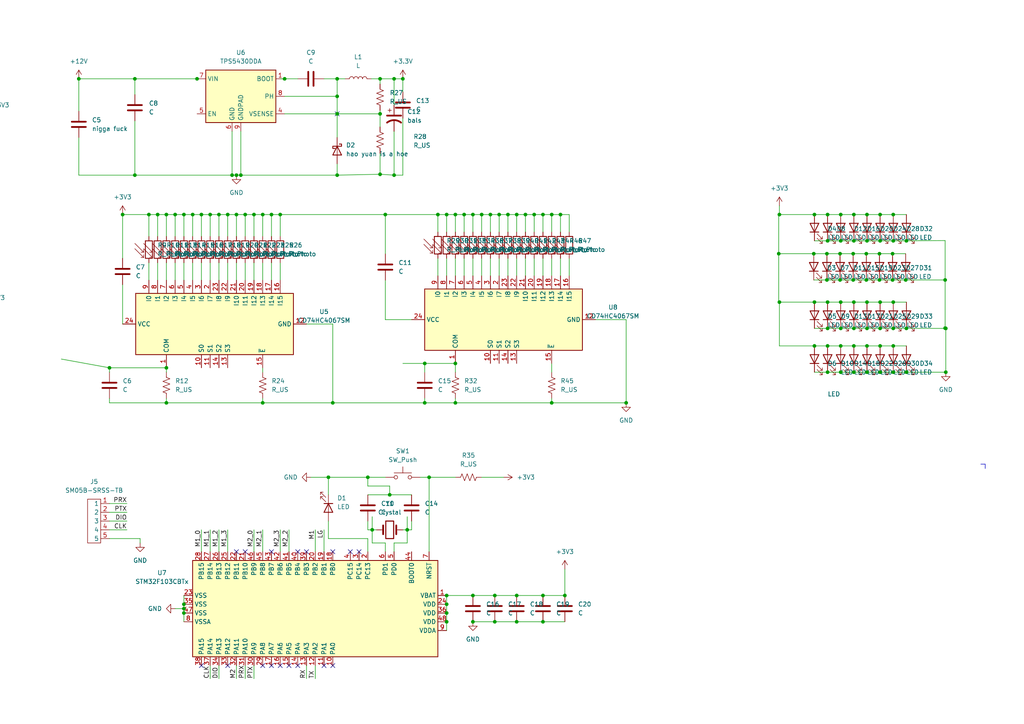
<source format=kicad_sch>
(kicad_sch (version 20211123) (generator eeschema)
  (paper "A4")
  (junction (at 255.27 87.63))
  (junction (at 107.95 153.67))
  (junction (at 243.84 62.23))
  (junction (at 247.4557 81.2022))
  (junction (at 35.56 62.23))
  (junction (at 48.26 62.23))
  (junction (at 251.46 69.85))
  (junction (at 110.236 33.02))
  (junction (at -199.39 29.21))
  (junction (at 262.89 95.25))
  (junction (at -168.91 106.68))
  (junction (at 255.27 95.25))
  (junction (at 58.42 62.23))
  (junction (at 139.7 62.23))
  (junction (at 251.46 100.33))
  (junction (at 160.02 62.23))
  (junction (at 68.58 50.8))
  (junction (at 160.02 116.84))
  (junction (at 111.76 62.23))
  (junction (at -38.1 102.87))
  (junction (at 129.54 180.34))
  (junction (at 143.51 180.34))
  (junction (at 129.54 62.23))
  (junction (at 259.08 87.63))
  (junction (at 236.0257 73.5822))
  (junction (at 251.2657 81.2022))
  (junction (at 97.79 22.86))
  (junction (at 251.46 95.25))
  (junction (at 258.8857 81.2022))
  (junction (at 48.26 116.84))
  (junction (at 259.08 107.95))
  (junction (at -36.83 46.99))
  (junction (at 119.38 248.92))
  (junction (at 226.06 87.63))
  (junction (at 114.3 22.86))
  (junction (at 162.56 62.23))
  (junction (at 247.65 69.85))
  (junction (at 163.83 172.72))
  (junction (at 63.5 62.23))
  (junction (at 132.08 105.41))
  (junction (at 114.3 50.8))
  (junction (at 124.46 138.43))
  (junction (at -195.58 59.69))
  (junction (at 48.26 106.68))
  (junction (at 262.89 107.95))
  (junction (at 236.22 100.33))
  (junction (at 240.03 69.85))
  (junction (at 50.8 62.23))
  (junction (at 73.66 62.23))
  (junction (at 68.58 62.23))
  (junction (at 53.34 177.8))
  (junction (at 262.6957 81.2022))
  (junction (at 31.75 106.68))
  (junction (at -41.91 72.39))
  (junction (at 259.08 62.23))
  (junction (at 97.79 33.02))
  (junction (at -170.18 43.18))
  (junction (at 45.72 62.23))
  (junction (at 236.22 62.23))
  (junction (at 123.19 105.41))
  (junction (at 76.2 116.84))
  (junction (at 118.11 153.67))
  (junction (at 247.65 107.95))
  (junction (at 82.55 22.86))
  (junction (at 123.19 116.84))
  (junction (at 181.61 116.84))
  (junction (at 243.84 87.63))
  (junction (at 53.34 62.23))
  (junction (at 251.46 87.63))
  (junction (at 243.84 69.85))
  (junction (at 255.0757 81.2022))
  (junction (at 137.16 180.34))
  (junction (at 116.84 22.86))
  (junction (at 106.68 138.43))
  (junction (at -194.31 123.19))
  (junction (at 110.236 22.86))
  (junction (at 236.22 87.63))
  (junction (at 240.03 95.25))
  (junction (at 247.65 100.33))
  (junction (at 255.27 100.33))
  (junction (at -198.12 92.71))
  (junction (at 152.4 62.23))
  (junction (at 127 62.23))
  (junction (at 255.0757 73.5822))
  (junction (at 97.79 27.94))
  (junction (at 97.79 50.8))
  (junction (at 274.1257 95.1722))
  (junction (at 259.08 100.33))
  (junction (at 251.46 62.23))
  (junction (at 147.32 62.23))
  (junction (at 69.85 50.8))
  (junction (at 76.2 62.23))
  (junction (at 240.03 107.95))
  (junction (at 239.8357 81.2022))
  (junction (at 81.28 62.23))
  (junction (at 53.34 175.26))
  (junction (at 71.12 62.23))
  (junction (at 240.03 87.63))
  (junction (at 157.48 180.34))
  (junction (at 240.03 62.23))
  (junction (at 274.32 107.95))
  (junction (at 130.81 285.75))
  (junction (at 43.18 62.23))
  (junction (at 247.65 95.25))
  (junction (at 55.88 62.23))
  (junction (at 39.116 22.86))
  (junction (at 251.2657 73.5822))
  (junction (at 129.54 177.8))
  (junction (at 95.25 138.43))
  (junction (at 60.96 62.23))
  (junction (at 255.27 69.85))
  (junction (at 247.65 62.23))
  (junction (at 110.236 50.546))
  (junction (at 132.08 62.23))
  (junction (at 259.08 95.25))
  (junction (at 129.54 175.26))
  (junction (at 53.34 176.53))
  (junction (at 154.94 62.23))
  (junction (at 274.1257 81.2022))
  (junction (at 39.116 50.8))
  (junction (at 247.4557 73.5822))
  (junction (at 243.84 107.95))
  (junction (at 143.51 172.72))
  (junction (at 255.27 107.95))
  (junction (at 142.24 62.23))
  (junction (at 134.62 62.23))
  (junction (at 113.03 143.51))
  (junction (at 149.86 180.34))
  (junction (at 149.86 172.72))
  (junction (at 132.08 116.84))
  (junction (at 262.89 69.85))
  (junction (at 243.84 100.33))
  (junction (at 137.16 172.72))
  (junction (at 259.08 69.85))
  (junction (at 243.6457 73.5822))
  (junction (at 137.16 62.23))
  (junction (at 225.8657 73.5822))
  (junction (at 129.54 172.72))
  (junction (at 157.48 172.72))
  (junction (at 144.78 62.23))
  (junction (at -11.43 30.48))
  (junction (at 57.15 22.86))
  (junction (at 243.6457 81.2022))
  (junction (at 22.86 22.86))
  (junction (at 258.8857 73.5822))
  (junction (at 67.31 50.8))
  (junction (at 226.06 62.23))
  (junction (at 78.74 62.23))
  (junction (at 239.8357 73.5822))
  (junction (at 157.48 62.23))
  (junction (at 274.32 95.25))
  (junction (at 247.65 87.63))
  (junction (at 240.03 100.33))
  (junction (at -12.7 86.36))
  (junction (at 255.27 62.23))
  (junction (at 251.46 107.95))
  (junction (at 119.38 246.38))
  (junction (at 243.84 95.25))
  (junction (at 96.52 116.84))
  (junction (at 149.86 62.23))
  (junction (at 66.04 62.23))
  (junction (at -40.64 16.51))
  (junction (at 130.81 283.21))
  (no_connect (at 26.67 265.43))
  (no_connect (at 86.36 160.02))
  (no_connect (at 26.67 267.97))
  (no_connect (at 26.67 262.89))
  (no_connect (at 86.36 193.04))
  (no_connect (at 101.6 160.02))
  (no_connect (at 104.14 160.02))
  (no_connect (at 68.58 160.02))
  (no_connect (at 78.74 193.04))
  (no_connect (at 26.67 270.51))
  (no_connect (at -85.09 36.83))
  (no_connect (at 96.52 160.02))
  (no_connect (at -64.77 13.97))
  (no_connect (at 66.04 193.04))
  (no_connect (at -86.36 90.17))
  (no_connect (at -86.36 92.71))
  (no_connect (at 96.52 193.04))
  (no_connect (at -242.57 113.03))
  (no_connect (at 26.67 252.73))
  (no_connect (at -66.04 69.85))
  (no_connect (at 76.2 193.04))
  (no_connect (at 78.74 160.02))
  (no_connect (at -242.57 110.49))
  (no_connect (at 83.82 193.04))
  (no_connect (at 81.28 193.04))
  (no_connect (at 58.42 193.04))
  (no_connect (at 71.12 160.02))
  (no_connect (at 26.67 255.27))
  (no_connect (at -243.84 49.53))
  (no_connect (at 97.79 33.02))
  (no_connect (at -223.52 26.67))
  (no_connect (at 26.67 250.19))
  (no_connect (at -222.25 90.17))
  (no_connect (at 88.9 160.02))
  (no_connect (at 26.67 260.35))
  (no_connect (at 26.67 257.81))
  (no_connect (at 26.67 247.65))
  (no_connect (at 93.98 193.04))
  (no_connect (at -85.09 34.29))
  (no_connect (at -243.84 46.99))
  (wire (pts (xy 78.74 62.23) (xy 78.74 68.58)))
  (wire (pts (xy 247.4557 73.5822) (xy 251.2657 73.5822)))
  (wire (pts (xy 226.06 59.69) (xy 226.06 62.23)))
  (wire (pts (xy 115.57 255.27) (xy 119.38 255.27)))
  (wire (pts (xy 82.55 22.86) (xy 86.36 22.86)))
  (wire (pts (xy -41.91 72.39) (xy -27.94 72.39)))
  (wire (pts (xy 198.12 279.4) (xy 198.12 289.56)))
  (wire (pts (xy 129.54 172.72) (xy 129.54 175.26)))
  (wire (pts (xy 255.27 95.25) (xy 259.08 95.25)))
  (wire (pts (xy 139.7 62.23) (xy 137.16 62.23)))
  (wire (pts (xy 68.58 62.23) (xy 68.58 68.58)))
  (wire (pts (xy 49.53 250.19) (xy 59.69 250.19)))
  (wire (pts (xy 106.68 138.43) (xy 111.76 138.43)))
  (wire (pts (xy 31.75 107.95) (xy 31.75 106.68)))
  (wire (pts (xy 236.22 87.63) (xy 240.03 87.63)))
  (wire (pts (xy 139.7 62.23) (xy 139.7 67.31)))
  (wire (pts (xy -12.7 86.36) (xy -7.62 86.36)))
  (wire (pts (xy 152.4 62.23) (xy 152.4 67.31)))
  (wire (pts (xy 60.96 62.23) (xy 63.5 62.23)))
  (wire (pts (xy 107.95 157.48) (xy 111.76 157.48)))
  (wire (pts (xy -38.1 87.63) (xy -45.72 87.63)))
  (wire (pts (xy -201.93 123.19) (xy -194.31 123.19)))
  (wire (pts (xy 225.8657 62.1522) (xy 226.06 62.23)))
  (wire (pts (xy 31.75 106.68) (xy 48.26 106.68)))
  (wire (pts (xy 251.46 100.33) (xy 255.27 100.33)))
  (wire (pts (xy -203.2 59.69) (xy -195.58 59.69)))
  (wire (pts (xy -12.7 85.09) (xy -12.7 86.36)))
  (wire (pts (xy 39.116 22.86) (xy 57.15 22.86)))
  (wire (pts (xy 154.94 62.23) (xy 154.94 67.31)))
  (wire (pts (xy 49.53 252.73) (xy 69.85 252.73)))
  (wire (pts (xy -199.39 22.86) (xy -199.39 29.21)))
  (wire (pts (xy 274.1257 81.2022) (xy 262.6957 81.2022)))
  (wire (pts (xy 49.53 260.35) (xy 69.85 260.35)))
  (wire (pts (xy 97.79 22.86) (xy 100.076 22.86)))
  (wire (pts (xy 130.81 283.21) (xy 130.81 278.13)))
  (wire (pts (xy 88.9 93.98) (xy 96.52 93.98)))
  (wire (pts (xy 63.5 62.23) (xy 63.5 68.58)))
  (wire (pts (xy 242.57 279.4) (xy 242.57 274.32)))
  (wire (pts (xy 129.54 62.23) (xy 127 62.23)))
  (wire (pts (xy 251.2657 81.2022) (xy 255.0757 81.2022)))
  (wire (pts (xy 110.236 32.004) (xy 110.236 33.02)))
  (wire (pts (xy -168.91 106.68) (xy -168.91 107.95)))
  (wire (pts (xy 225.8657 87.5522) (xy 226.06 87.63)))
  (wire (pts (xy 196.85 246.38) (xy 205.74 246.38)))
  (wire (pts (xy 274.1257 69.7722) (xy 274.1257 81.2022)))
  (wire (pts (xy 81.28 62.23) (xy 81.28 68.58)))
  (wire (pts (xy 132.08 74.93) (xy 132.08 80.01)))
  (wire (pts (xy -45.72 80.01) (xy -17.78 80.01)))
  (wire (pts (xy 123.19 115.57) (xy 123.19 116.84)))
  (wire (pts (xy 71.12 76.2) (xy 71.12 81.28)))
  (wire (pts (xy 162.56 74.93) (xy 162.56 80.01)))
  (wire (pts (xy 48.26 62.23) (xy 48.26 68.58)))
  (wire (pts (xy 50.8 62.23) (xy 53.34 62.23)))
  (wire (pts (xy 31.75 116.84) (xy 31.75 115.57)))
  (wire (pts (xy 247.65 87.63) (xy 251.46 87.63)))
  (wire (pts (xy -45.72 100.33) (xy -38.1 100.33)))
  (wire (pts (xy 114.3 38.1) (xy 114.3 50.8)))
  (wire (pts (xy 73.66 153.67) (xy 73.66 160.02)))
  (wire (pts (xy 49.53 267.97) (xy 69.85 267.97)))
  (wire (pts (xy 107.696 22.86) (xy 110.236 22.86)))
  (wire (pts (xy 53.34 172.72) (xy 53.34 175.26)))
  (wire (pts (xy 76.2 62.23) (xy 76.2 68.58)))
  (wire (pts (xy 132.08 62.23) (xy 129.54 62.23)))
  (wire (pts (xy 106.68 143.51) (xy 113.03 143.51)))
  (wire (pts (xy 154.94 74.93) (xy 154.94 80.01)))
  (wire (pts (xy 106.68 140.97) (xy 113.03 140.97)))
  (wire (pts (xy 152.4 62.23) (xy 154.94 62.23)))
  (wire (pts (xy 123.19 105.41) (xy 123.19 107.95)))
  (wire (pts (xy -198.12 92.71) (xy -184.15 92.71)))
  (wire (pts (xy 134.62 248.92) (xy 119.38 248.92)))
  (wire (pts (xy -170.18 41.91) (xy -170.18 43.18)))
  (wire (pts (xy -201.93 100.33) (xy -173.99 100.33)))
  (wire (pts (xy 143.51 180.34) (xy 149.86 180.34)))
  (wire (pts (xy 113.03 143.51) (xy 119.38 143.51)))
  (wire (pts (xy 123.19 105.41) (xy 132.08 105.41)))
  (wire (pts (xy -20.32 72.39) (xy -15.24 72.39)))
  (wire (pts (xy 97.79 33.02) (xy 97.79 39.878)))
  (wire (pts (xy -36.83 46.99) (xy -36.83 48.26)))
  (wire (pts (xy 243.84 69.85) (xy 247.65 69.85)))
  (wire (pts (xy 226.06 62.23) (xy 236.22 62.23)))
  (wire (pts (xy 55.88 62.23) (xy 58.42 62.23)))
  (wire (pts (xy 240.03 107.95) (xy 243.84 107.95)))
  (wire (pts (xy 53.34 176.53) (xy 53.34 177.8)))
  (wire (pts (xy 243.84 100.33) (xy 247.65 100.33)))
  (wire (pts (xy 147.32 74.93) (xy 147.32 80.01)))
  (wire (pts (xy 251.2657 73.5822) (xy 255.0757 73.5822)))
  (wire (pts (xy 66.04 153.67) (xy 66.04 160.02)))
  (wire (pts (xy 144.78 62.23) (xy 142.24 62.23)))
  (wire (pts (xy 196.85 255.27) (xy 196.85 246.38)))
  (wire (pts (xy -194.31 107.95) (xy -201.93 107.95)))
  (wire (pts (xy -44.45 29.21) (xy -25.4 29.21)))
  (wire (pts (xy 247.4557 81.2022) (xy 251.2657 81.2022)))
  (wire (pts (xy 160.02 62.23) (xy 162.56 62.23)))
  (wire (pts (xy 17.78 104.14) (xy 31.75 106.68)))
  (wire (pts (xy 240.03 87.63) (xy 243.84 87.63)))
  (wire (pts (xy 134.62 246.38) (xy 119.38 246.38)))
  (wire (pts (xy -201.93 92.71) (xy -198.12 92.71)))
  (wire (pts (xy 132.08 105.41) (xy 132.08 107.95)))
  (wire (pts (xy 222.25 279.4) (xy 242.57 279.4)))
  (wire (pts (xy 55.88 76.2) (xy 55.88 81.28)))
  (wire (pts (xy -38.1 102.87) (xy -38.1 104.14)))
  (wire (pts (xy 110.236 44.45) (xy 110.236 50.546)))
  (wire (pts (xy 66.04 62.23) (xy 68.58 62.23)))
  (wire (pts (xy 119.38 252.73) (xy 119.38 248.92)))
  (wire (pts (xy 93.98 22.86) (xy 97.79 22.86)))
  (wire (pts (xy 82.55 27.94) (xy 97.79 27.94)))
  (wire (pts (xy -203.2 57.15) (xy -195.58 57.15)))
  (wire (pts (xy 147.32 62.23) (xy 144.78 62.23)))
  (wire (pts (xy 149.86 74.93) (xy 149.86 80.01)))
  (wire (pts (xy 60.96 193.04) (xy 60.96 196.85)))
  (wire (pts (xy 137.16 172.72) (xy 143.51 172.72)))
  (wire (pts (xy 73.66 62.23) (xy 73.66 68.58)))
  (wire (pts (xy 96.52 116.84) (xy 76.2 116.84)))
  (wire (pts (xy 239.8357 73.5822) (xy 243.6457 73.5822)))
  (wire (pts (xy 129.54 180.34) (xy 129.54 182.88)))
  (wire (pts (xy 63.5 76.2) (xy 63.5 81.28)))
  (wire (pts (xy 45.72 62.23) (xy 48.26 62.23)))
  (wire (pts (xy 63.5 193.04) (xy 63.5 196.85)))
  (wire (pts (xy 81.28 62.23) (xy 111.76 62.23)))
  (wire (pts (xy 129.54 177.8) (xy 129.54 180.34)))
  (wire (pts (xy -170.18 43.18) (xy -170.18 44.45)))
  (wire (pts (xy -170.18 43.18) (xy -165.1 43.18)))
  (wire (pts (xy 236.22 62.23) (xy 240.03 62.23)))
  (wire (pts (xy 118.11 153.67) (xy 118.11 149.86)))
  (wire (pts (xy 129.54 62.23) (xy 129.54 67.31)))
  (wire (pts (xy 240.03 100.33) (xy 243.84 100.33)))
  (wire (pts (xy 49.53 262.89) (xy 69.85 262.89)))
  (wire (pts (xy 69.85 50.8) (xy 97.79 50.8)))
  (wire (pts (xy 251.46 95.25) (xy 255.27 95.25)))
  (wire (pts (xy 255.0757 81.2022) (xy 258.8857 81.2022)))
  (wire (pts (xy 132.08 62.23) (xy 132.08 67.31)))
  (wire (pts (xy 259.08 87.63) (xy 262.89 87.63)))
  (wire (pts (xy 160.02 116.84) (xy 160.02 115.57)))
  (wire (pts (xy 247.65 107.95) (xy 251.46 107.95)))
  (wire (pts (xy -11.43 30.48) (xy -11.43 31.75)))
  (wire (pts (xy 48.26 76.2) (xy 48.26 81.28)))
  (wire (pts (xy -45.72 85.09) (xy -26.67 85.09)))
  (wire (pts (xy -199.39 29.21) (xy -185.42 29.21)))
  (wire (pts (xy 53.34 62.23) (xy 55.88 62.23)))
  (wire (pts (xy 144.78 62.23) (xy 144.78 67.31)))
  (wire (pts (xy 111.76 62.23) (xy 111.76 73.66)))
  (wire (pts (xy 157.48 62.23) (xy 160.02 62.23)))
  (wire (pts (xy -11.43 31.75) (xy -29.21 31.75)))
  (wire (pts (xy -176.53 92.71) (xy -171.45 92.71)))
  (wire (pts (xy 31.75 146.05) (xy 36.83 146.05)))
  (wire (pts (xy 127 62.23) (xy 127 67.31)))
  (wire (pts (xy -168.91 106.68) (xy -163.83 106.68)))
  (wire (pts (xy 22.86 22.86) (xy 39.116 22.86)))
  (wire (pts (xy -44.45 21.59) (xy -16.51 21.59)))
  (wire (pts (xy 258.8857 73.5822) (xy 262.6957 73.5822)))
  (wire (pts (xy 68.58 50.8) (xy 69.85 50.8)))
  (wire (pts (xy -170.18 44.45) (xy -187.96 44.45)))
  (wire (pts (xy 119.38 151.13) (xy 119.38 153.67)))
  (wire (pts (xy -17.78 29.21) (xy -11.43 29.21)))
  (wire (pts (xy 81.28 153.67) (xy 81.28 160.02)))
  (wire (pts (xy 97.79 47.498) (xy 97.79 50.8)))
  (wire (pts (xy 247.65 100.33) (xy 251.46 100.33)))
  (wire (pts (xy 255.27 69.85) (xy 259.08 69.85)))
  (wire (pts (xy 114.3 50.8) (xy 116.84 50.8)))
  (wire (pts (xy -36.83 31.75) (xy -44.45 31.75)))
  (wire (pts (xy 35.56 93.98) (xy 35.56 82.55)))
  (wire (pts (xy 115.57 252.73) (xy 119.38 252.73)))
  (wire (pts (xy 111.76 92.71) (xy 119.38 92.71)))
  (wire (pts (xy 157.48 62.23) (xy 157.48 67.31)))
  (wire (pts (xy 45.72 62.23) (xy 45.72 68.58)))
  (wire (pts (xy 157.48 74.93) (xy 157.48 80.01)))
  (wire (pts (xy 68.58 193.04) (xy 68.58 196.85)))
  (wire (pts (xy -175.26 105.41) (xy -168.91 105.41)))
  (wire (pts (xy -44.45 46.99) (xy -36.83 46.99)))
  (wire (pts (xy 73.66 76.2) (xy 73.66 81.28)))
  (wire (pts (xy -38.1 100.33) (xy -38.1 102.87)))
  (wire (pts (xy 243.6457 73.5822) (xy 247.4557 73.5822)))
  (wire (pts (xy 142.24 74.93) (xy 142.24 80.01)))
  (wire (pts (xy 78.74 62.23) (xy 81.28 62.23)))
  (wire (pts (xy -203.2 29.21) (xy -199.39 29.21)))
  (wire (pts (xy 134.62 74.93) (xy 134.62 80.01)))
  (wire (pts (xy 60.96 76.2) (xy 60.96 81.28)))
  (wire (pts (xy 139.7 138.43) (xy 146.05 138.43)))
  (wire (pts (xy 68.58 62.23) (xy 71.12 62.23)))
  (wire (pts (xy 50.8 176.53) (xy 53.34 176.53)))
  (wire (pts (xy 49.53 265.43) (xy 69.85 265.43)))
  (wire (pts (xy 139.7 74.93) (xy 139.7 80.01)))
  (wire (pts (xy 114.3 22.86) (xy 116.84 22.86)))
  (wire (pts (xy 130.81 285.75) (xy 130.81 288.29)))
  (wire (pts (xy 58.42 76.2) (xy 58.42 81.28)))
  (wire (pts (xy 107.95 153.67) (xy 106.68 153.67)))
  (wire (pts (xy 240.03 246.38) (xy 240.03 241.3)))
  (wire (pts (xy 50.8 62.23) (xy 50.8 68.58)))
  (wire (pts (xy -36.83 44.45) (xy -36.83 46.99)))
  (wire (pts (xy 111.76 81.28) (xy 111.76 92.71)))
  (wire (pts (xy 91.44 153.67) (xy 91.44 160.02)))
  (wire (pts (xy 66.04 62.23) (xy 66.04 68.58)))
  (wire (pts (xy 255.27 100.33) (xy 259.08 100.33)))
  (wire (pts (xy 45.72 76.2) (xy 45.72 81.28)))
  (wire (pts (xy -203.2 41.91) (xy -184.15 41.91)))
  (wire (pts (xy 259.08 62.23) (xy 262.89 62.23)))
  (wire (pts (xy 274.32 95.25) (xy 274.32 107.95)))
  (wire (pts (xy 274.1257 95.1722) (xy 274.32 95.25)))
  (wire (pts (xy 76.2 153.67) (xy 76.2 160.02)))
  (wire (pts (xy -168.91 107.95) (xy -186.69 107.95)))
  (wire (pts (xy -45.72 77.47) (xy -17.78 77.47)))
  (wire (pts (xy 226.06 100.33) (xy 236.22 100.33)))
  (wire (pts (xy 76.2 76.2) (xy 76.2 81.28)))
  (wire (pts (xy -177.8 29.21) (xy -172.72 29.21)))
  (wire (pts (xy 137.16 241.3) (xy 137.16 246.38)))
  (wire (pts (xy 114.3 160.02) (xy 114.3 157.48)))
  (wire (pts (xy 240.03 95.25) (xy 243.84 95.25)))
  (wire (pts (xy 149.86 180.34) (xy 157.48 180.34)))
  (wire (pts (xy 22.86 50.8) (xy 39.116 50.8)))
  (wire (pts (xy 157.48 172.72) (xy 163.83 172.72)))
  (wire (pts (xy 63.5 62.23) (xy 66.04 62.23)))
  (wire (pts (xy 149.86 67.31) (xy 149.86 62.23)))
  (wire (pts (xy 247.65 95.25) (xy 251.46 95.25)))
  (wire (pts (xy -44.45 44.45) (xy -36.83 44.45)))
  (wire (pts (xy 119.38 236.22) (xy 119.38 246.38)))
  (wire (pts (xy 142.24 62.23) (xy 139.7 62.23)))
  (wire (pts (xy 22.86 32.258) (xy 22.86 22.86)))
  (wire (pts (xy 58.42 153.67) (xy 58.42 160.02)))
  (wire (pts (xy 97.79 50.8) (xy 110.236 50.546)))
  (wire (pts (xy 119.38 255.27) (xy 119.38 261.62)))
  (wire (pts (xy 88.9 193.04) (xy 88.9 196.85)))
  (wire (pts (xy 31.75 151.13) (xy 36.83 151.13)))
  (wire (pts (xy 172.72 92.71) (xy 181.61 92.71)))
  (wire (pts (xy 236.0257 73.5822) (xy 239.8357 73.5822)))
  (wire (pts (xy 106.68 153.67) (xy 106.68 151.13)))
  (wire (pts (xy 134.62 62.23) (xy 134.62 67.31)))
  (wire (pts (xy 83.82 153.67) (xy 83.82 160.02)))
  (wire (pts (xy 243.84 95.25) (xy 247.65 95.25)))
  (wire (pts (xy 274.32 95.25) (xy 262.89 95.25)))
  (wire (pts (xy 165.1 62.23) (xy 162.56 62.23)))
  (wire (pts (xy 119.38 248.92) (xy 119.38 246.38)))
  (wire (pts (xy 81.28 76.2) (xy 81.28 81.28)))
  (wire (pts (xy 157.48 180.34) (xy 163.83 180.34)))
  (wire (pts (xy 39.116 35.052) (xy 39.116 50.8)))
  (wire (pts (xy 53.34 76.2) (xy 53.34 81.28)))
  (wire (pts (xy 259.08 69.85) (xy 262.89 69.85)))
  (wire (pts (xy 48.26 115.57) (xy 48.26 116.84)))
  (wire (pts (xy 107.95 153.67) (xy 107.95 157.48)))
  (wire (pts (xy 118.11 153.67) (xy 116.84 153.67)))
  (wire (pts (xy -195.58 57.15) (xy -195.58 59.69)))
  (wire (pts (xy 76.2 115.57) (xy 76.2 116.84)))
  (wire (pts (xy 124.46 138.43) (xy 124.46 160.02)))
  (wire (pts (xy -11.43 30.48) (xy -6.35 30.48)))
  (wire (pts (xy 110.236 33.02) (xy 110.236 36.83)))
  (wire (pts (xy 109.22 153.67) (xy 107.95 153.67)))
  (wire (pts (xy 90.17 138.43) (xy 95.25 138.43)))
  (wire (pts (xy 154.94 62.23) (xy 157.48 62.23)))
  (wire (pts (xy 121.92 283.21) (xy 130.81 283.21)))
  (wire (pts (xy 49.53 257.81) (xy 69.85 257.81)))
  (wire (pts (xy 247.65 69.85) (xy 251.46 69.85)))
  (wire (pts (xy 96.52 93.98) (xy 96.52 116.84)))
  (wire (pts (xy 50.8 76.2) (xy 50.8 81.28)))
  (wire (pts (xy 259.08 100.33) (xy 262.89 100.33)))
  (wire (pts (xy 53.34 177.8) (xy 53.34 180.34)))
  (wire (pts (xy 49.53 270.51) (xy 69.85 270.51)))
  (wire (pts (xy 143.51 172.72) (xy 149.86 172.72)))
  (wire (pts (xy 236.22 95.25) (xy 240.03 95.25)))
  (wire (pts (xy 113.03 140.97) (xy 113.03 143.51)))
  (wire (pts (xy 73.66 193.04) (xy 73.66 196.85)))
  (wire (pts (xy 259.08 95.25) (xy 262.89 95.25)))
  (wire (pts (xy 91.44 193.04) (xy 91.44 196.85)))
  (wire (pts (xy 130.81 283.21) (xy 138.43 283.21)))
  (wire (pts (xy 243.84 62.23) (xy 247.65 62.23)))
  (wire (pts (xy 236.22 69.85) (xy 240.03 69.85)))
  (wire (pts (xy 251.46 87.63) (xy 255.27 87.63)))
  (wire (pts (xy 240.03 69.85) (xy 243.84 69.85)))
  (wire (pts (xy 110.236 22.86) (xy 114.3 22.86)))
  (wire (pts (xy 39.116 50.8) (xy 67.31 50.8)))
  (wire (pts (xy 251.46 62.23) (xy 255.27 62.23)))
  (wire (pts (xy 258.8857 81.2022) (xy 262.6957 81.2022)))
  (wire (pts (xy 110.236 22.86) (xy 110.236 24.384)))
  (wire (pts (xy 239.8357 81.2022) (xy 243.6457 81.2022)))
  (wire (pts (xy 243.84 107.95) (xy 247.65 107.95)))
  (wire (pts (xy 132.08 115.57) (xy 132.08 116.84)))
  (wire (pts (xy 134.62 62.23) (xy 132.08 62.23)))
  (wire (pts (xy 106.68 138.43) (xy 106.68 140.97)))
  (wire (pts (xy -45.72 102.87) (xy -38.1 102.87)))
  (wire (pts (xy 97.79 27.94) (xy 97.79 33.02)))
  (wire (pts (xy 22.86 50.8) (xy 22.86 39.878)))
  (wire (pts (xy 137.16 62.23) (xy 134.62 62.23)))
  (wire (pts (xy 57.15 23.114) (xy 57.15 22.86)))
  (wire (pts (xy -40.64 16.51) (xy -26.67 16.51)))
  (wire (pts (xy 165.1 74.93) (xy 165.1 80.01)))
  (wire (pts (xy 181.61 116.84) (xy 160.02 116.84)))
  (wire (pts (xy 48.26 106.68) (xy 48.26 107.95)))
  (wire (pts (xy 111.76 157.48) (xy 111.76 160.02)))
  (wire (pts (xy 110.236 50.546) (xy 114.3 50.8)))
  (wire (pts (xy 95.25 143.51) (xy 95.25 138.43)))
  (wire (pts (xy 66.04 76.2) (xy 66.04 81.28)))
  (wire (pts (xy 274.32 107.95) (xy 262.89 107.95)))
  (wire (pts (xy 137.16 252.73) (xy 137.16 248.92)))
  (wire (pts (xy 255.0757 73.5822) (xy 258.8857 73.5822)))
  (wire (pts (xy -12.7 87.63) (xy -30.48 87.63)))
  (wire (pts (xy 255.27 107.95) (xy 259.08 107.95)))
  (wire (pts (xy 49.53 255.27) (xy 69.85 255.27)))
  (wire (pts (xy 82.55 33.02) (xy 97.79 33.02)))
  (wire (pts (xy -168.91 105.41) (xy -168.91 106.68)))
  (wire (pts (xy 31.75 153.67) (xy 36.83 153.67)))
  (wire (pts (xy -44.45 16.51) (xy -40.64 16.51)))
  (wire (pts (xy 160.02 74.93) (xy 160.02 80.01)))
  (wire (pts (xy 43.18 62.23) (xy 43.18 68.58)))
  (wire (pts (xy 225.8657 62.1522) (xy 225.8657 73.5822)))
  (wire (pts (xy 58.42 62.23) (xy 58.42 68.58)))
  (wire (pts (xy 119.38 153.67) (xy 118.11 153.67)))
  (wire (pts (xy 58.42 62.23) (xy 60.96 62.23)))
  (wire (pts (xy 137.16 62.23) (xy 137.16 67.31)))
  (wire (pts (xy 226.06 87.63) (xy 236.22 87.63)))
  (wire (pts (xy 240.03 62.23) (xy 243.84 62.23)))
  (wire (pts (xy -19.05 85.09) (xy -12.7 85.09)))
  (wire (pts (xy 160.02 62.23) (xy 160.02 67.31)))
  (wire (pts (xy 69.85 38.1) (xy 69.85 50.8)))
  (wire (pts (xy 49.53 247.65) (xy 59.69 247.65)))
  (wire (pts (xy 236.0257 81.2022) (xy 239.8357 81.2022)))
  (wire (pts (xy 114.3 157.48) (xy 118.11 157.48)))
  (wire (pts (xy 226.06 87.63) (xy 226.06 100.33)))
  (wire (pts (xy -195.58 44.45) (xy -203.2 44.45)))
  (wire (pts (xy 220.98 246.38) (xy 240.03 246.38)))
  (wire (pts (xy 63.5 153.67) (xy 63.5 160.02)))
  (wire (pts (xy 107.95 149.86) (xy 107.95 153.67)))
  (wire (pts (xy 207.01 279.4) (xy 198.12 279.4)))
  (wire (pts (xy 71.12 193.04) (xy 71.12 196.85)))
  (wire (pts (xy 251.46 69.85) (xy 255.27 69.85)))
  (wire (pts (xy 67.31 38.1) (xy 67.31 50.8)))
  (wire (pts (xy 97.79 22.86) (xy 97.79 27.94)))
  (polyline (pts (xy 284.48 134.62) (xy 285.75 134.62)))
  (wire (pts (xy 106.68 160.02) (xy 106.68 156.21)))
  (wire (pts (xy 55.88 62.23) (xy 55.88 68.58)))
  (wire (pts (xy 129.54 172.72) (xy 137.16 172.72)))
  (wire (pts (xy 236.22 107.95) (xy 240.03 107.95)))
  (wire (pts (xy -11.43 29.21) (xy -11.43 30.48)))
  (wire (pts (xy 95.25 138.43) (xy 106.68 138.43)))
  (wire (pts (xy -40.64 10.16) (xy -40.64 16.51)))
  (wire (pts (xy -203.2 36.83) (xy -175.26 36.83)))
  (wire (pts (xy -41.91 66.04) (xy -41.91 72.39)))
  (polyline (pts (xy 285.75 134.62) (xy 285.75 135.89)))
  (wire (pts (xy 53.34 175.26) (xy 53.34 176.53)))
  (wire (pts (xy -198.12 86.36) (xy -198.12 92.71)))
  (wire (pts (xy 127 74.93) (xy 127 80.01)))
  (wire (pts (xy 97.79 33.02) (xy 110.236 33.02)))
  (wire (pts (xy 129.54 74.93) (xy 129.54 80.01)))
  (wire (pts (xy -195.58 59.69) (xy -195.58 60.96)))
  (wire (pts (xy 255.27 87.63) (xy 259.08 87.63)))
  (wire (pts (xy 149.86 172.72) (xy 157.48 172.72)))
  (wire (pts (xy 225.8657 73.5822) (xy 236.0257 73.5822)))
  (wire (pts (xy 35.56 62.23) (xy 43.18 62.23)))
  (wire (pts (xy 35.56 74.93) (xy 35.56 62.23)))
  (wire (pts (xy 78.74 76.2) (xy 78.74 81.28)))
  (wire (pts (xy 67.31 50.8) (xy 68.58 50.8)))
  (wire (pts (xy 137.16 74.93) (xy 137.16 80.01)))
  (wire (pts (xy 93.98 153.67) (xy 93.98 160.02)))
  (wire (pts (xy 43.18 76.2) (xy 43.18 81.28)))
  (wire (pts (xy 165.1 67.31) (xy 165.1 62.23)))
  (wire (pts (xy 137.16 248.92) (xy 149.86 248.92)))
  (wire (pts (xy 118.11 157.48) (xy 118.11 153.67)))
  (wire (pts (xy -176.53 41.91) (xy -170.18 41.91)))
  (wire (pts (xy 116.84 105.41) (xy 123.19 105.41)))
  (wire (pts (xy 68.58 76.2) (xy 68.58 81.28)))
  (wire (pts (xy 251.46 107.95) (xy 255.27 107.95)))
  (wire (pts (xy 152.4 74.93) (xy 152.4 80.01)))
  (wire (pts (xy 124.46 138.43) (xy 132.08 138.43)))
  (wire (pts (xy 259.08 107.95) (xy 262.89 107.95)))
  (wire (pts (xy -201.93 105.41) (xy -182.88 105.41)))
  (wire (pts (xy 163.83 172.72) (xy 163.83 165.1)))
  (wire (pts (xy 130.81 285.75) (xy 138.43 285.75)))
  (wire (pts (xy 76.2 62.23) (xy 78.74 62.23)))
  (wire (pts (xy 53.34 62.23) (xy 53.34 68.58)))
  (wire (pts (xy 39.116 22.86) (xy 39.116 27.432)))
  (wire (pts (xy 116.84 50.8) (xy 116.84 34.29)))
  (wire (pts (xy 144.78 74.93) (xy 144.78 80.01)))
  (wire (pts (xy 243.6457 81.2022) (xy 247.4557 81.2022)))
  (wire (pts (xy 147.32 62.23) (xy 147.32 67.31)))
  (wire (pts (xy 60.96 153.67) (xy 60.96 160.02)))
  (wire (pts (xy 96.52 116.84) (xy 123.19 116.84)))
  (wire (pts (xy 121.92 285.75) (xy 130.81 285.75)))
  (wire (pts (xy -194.31 120.65) (xy -194.31 123.19)))
  (wire (pts (xy -201.93 97.79) (xy -173.99 97.79)))
  (wire (pts (xy 106.68 156.21) (xy 95.25 156.21)))
  (wire (pts (xy 43.18 62.23) (xy 45.72 62.23)))
  (wire (pts (xy 255.27 62.23) (xy 259.08 62.23)))
  (wire (pts (xy 132.08 116.84) (xy 160.02 116.84)))
  (wire (pts (xy 137.16 180.34) (xy 143.51 180.34)))
  (wire (pts (xy 160.02 107.95) (xy 160.02 105.41)))
  (wire (pts (xy 110.236 51.054) (xy 110.236 50.546)))
  (wire (pts (xy 71.12 62.23) (xy 71.12 68.58)))
  (wire (pts (xy 60.96 62.23) (xy 60.96 68.58)))
  (wire (pts (xy 31.75 148.59) (xy 36.83 148.59)))
  (wire (pts (xy 114.3 22.86) (xy 114.3 30.48)))
  (wire (pts (xy 40.64 156.21) (xy 40.64 157.48)))
  (wire (pts (xy 147.32 62.23) (xy 149.86 62.23)))
  (wire (pts (xy 31.75 156.21) (xy 40.64 156.21)))
  (wire (pts (xy 149.86 246.38) (xy 137.16 246.38)))
  (wire (pts (xy 95.25 156.21) (xy 95.25 151.13)))
  (wire (pts (xy 129.54 175.26) (xy 129.54 177.8)))
  (wire (pts (xy 142.24 62.23) (xy 142.24 67.31)))
  (wire (pts (xy -19.05 16.51) (xy -13.97 16.51)))
  (wire (pts (xy -44.45 24.13) (xy -16.51 24.13)))
  (wire (pts (xy -201.93 120.65) (xy -194.31 120.65)))
  (wire (pts (xy 123.19 116.84) (xy 132.08 116.84)))
  (wire (pts (xy 274.1257 81.2022) (xy 274.1257 95.1722)))
  (wire (pts (xy 127 62.23) (xy 111.76 62.23)))
  (wire (pts (xy -194.31 123.19) (xy -194.31 124.46)))
  (wire (pts (xy 48.26 116.84) (xy 31.75 116.84)))
  (wire (pts (xy -203.2 34.29) (xy -175.26 34.29)))
  (wire (pts (xy 71.12 62.23) (xy 73.66 62.23)))
  (wire (pts (xy 243.84 87.63) (xy 247.65 87.63)))
  (wire (pts (xy 225.8657 73.5822) (xy 225.8657 87.5522)))
  (wire (pts (xy 162.56 62.23) (xy 162.56 67.31)))
  (wire (pts (xy 116.84 26.67) (xy 116.84 22.86)))
  (wire (pts (xy 134.62 241.3) (xy 134.62 246.38)))
  (wire (pts (xy 236.22 100.33) (xy 240.03 100.33)))
  (wire (pts (xy 149.86 62.23) (xy 152.4 62.23)))
  (wire (pts (xy 247.65 62.23) (xy 251.46 62.23)))
  (wire (pts (xy 121.92 138.43) (xy 124.46 138.43)))
  (wire (pts (xy 76.2 106.68) (xy 76.2 107.95)))
  (wire (pts (xy 262.89 69.85) (xy 274.1257 69.7722)))
  (wire (pts (xy -45.72 72.39) (xy -41.91 72.39)))
  (wire (pts (xy 81.28 22.86) (xy 82.55 22.86)))
  (wire (pts (xy 181.61 92.71) (xy 181.61 116.84)))
  (wire (pts (xy -12.7 86.36) (xy -12.7 87.63)))
  (wire (pts (xy 48.26 62.23) (xy 50.8 62.23)))
  (wire (pts (xy 134.62 252.73) (xy 134.62 248.92)))
  (wire (pts (xy 73.66 62.23) (xy 76.2 62.23)))
  (wire (pts (xy 76.2 116.84) (xy 48.26 116.84)))
  (label "PTX" (at 36.83 148.59 180))
  (label "M1_2" (at 63.5 153.67 270))
  (label "M2" (at 68.58 196.85 90))
  (label "LG" (at 93.98 153.67 270))
  (label "M2_2" (at 83.82 153.67 270))
  (label "PRX" (at 71.12 196.85 90))
  (label "M2_0" (at 73.66 153.67 270))
  (label "M2_3" (at 81.28 153.67 270))
  (label "M1_1" (at 60.96 153.67 270))
  (label "M1_0" (at 58.42 153.67 270))
  (label "M1_3" (at 66.04 153.67 270))
  (label "CLK" (at 36.83 153.67 180))
  (label "DIO" (at 63.5 196.85 90))
  (label "PTX" (at 73.66 196.85 90))
  (label "RX" (at 88.9 196.85 90))
  (label "DIO" (at 36.83 151.13 180))
  (label "M2_1" (at 76.2 153.67 270))
  (label "TX" (at 91.44 196.85 90))
  (label "PRX" (at 36.83 146.05 180))
  (label "M1" (at 91.44 153.67 270))
  (label "CLK" (at 60.96 196.85 90))
  (global_label "BR_PWM" (shape input) (at -86.36 85.09 180) (property "Intersheet References" "${INTERSHEET_REFS}" (effects hide)))
  (global_label "BR_DIR" (shape input) (at 205.74 248.92 180) (property "Intersheet References" "${INTERSHEET_REFS}" (effects hide)))
  (global_label "NOT_FL_DIR" (shape input) (at 222.25 276.86 0) (property "Intersheet References" "${INTERSHEET_REFS}" (effects hide)))
  (global_label "BL_DIR" (shape input) (at 205.74 243.84 180) (property "Intersheet References" "${INTERSHEET_REFS}" (effects hide)))
  (global_label "NOT_FR_DIR" (shape input) (at -242.57 100.33 180) (property "Intersheet References" "${INTERSHEET_REFS}" (effects hide)))
  (global_label "FL_DIR" (shape input) (at 207.01 276.86 180) (property "Intersheet References" "${INTERSHEET_REFS}" (effects hide)))
  (global_label "BL_DIR" (shape input) (at 69.85 265.43 0) (property "Intersheet References" "${INTERSHEET_REFS}" (effects hide)))
  (global_label "NOT_FR_DIR" (shape input) (at 222.25 281.94 0) (property "Intersheet References" "${INTERSHEET_REFS}" (effects hide)))
  (global_label "FL_DIR" (shape input) (at 69.85 255.27 0) (property "Intersheet References" "${INTERSHEET_REFS}" (effects hide)))
  (global_label "NOT_BR_DIR" (shape input) (at 220.98 248.92 0) (property "Intersheet References" "${INTERSHEET_REFS}" (effects hide)))
  (global_label "NOT_BL_DIR" (shape input) (at -85.09 24.13 180) (property "Intersheet References" "${INTERSHEET_REFS}" (effects hide)))
  (global_label "FL_DIR" (shape input) (at -243.84 34.29 180) (property "Intersheet References" "${INTERSHEET_REFS}" (effects hide)))
  (global_label "TX" (shape input) (at 59.69 250.19 0) (property "Intersheet References" "${INTERSHEET_REFS}" (effects hide)))
  (global_label "FL_PWM" (shape input) (at 69.85 252.73 0) (property "Intersheet References" "${INTERSHEET_REFS}" (effects hide)))
  (global_label "NOT_FL_DIR" (shape input) (at -243.84 36.83 180) (property "Intersheet References" "${INTERSHEET_REFS}" (effects hide)))
  (global_label "FL_PWM" (shape input) (at -243.84 41.91 180) (property "Intersheet References" "${INTERSHEET_REFS}" (effects hide)))
  (global_label "BR_PWM" (shape input) (at 69.85 262.89 0) (property "Intersheet References" "${INTERSHEET_REFS}" (effects hide)))
  (global_label "FR_PWM" (shape input) (at -242.57 105.41 180) (property "Intersheet References" "${INTERSHEET_REFS}" (effects hide)))
  (global_label "NOT_BR_DIR" (shape input) (at -86.36 80.01 180) (property "Intersheet References" "${INTERSHEET_REFS}" (effects hide)))
  (global_label "BL_PWM" (shape input) (at -85.09 29.21 180) (property "Intersheet References" "${INTERSHEET_REFS}" (effects hide)))
  (global_label "FR_DIR" (shape input) (at -242.57 97.79 180) (property "Intersheet References" "${INTERSHEET_REFS}" (effects hide)))
  (global_label "FR_DIR" (shape input) (at 207.01 281.94 180) (property "Intersheet References" "${INTERSHEET_REFS}" (effects hide)))
  (global_label "RX" (shape input) (at 59.69 247.65 0) (property "Intersheet References" "${INTERSHEET_REFS}" (effects hide)))
  (global_label "NOT_BL_DIR" (shape input) (at 220.98 243.84 0) (property "Intersheet References" "${INTERSHEET_REFS}" (effects hide)))
  (global_label "BL_PWM" (shape input) (at 69.85 267.97 0) (property "Intersheet References" "${INTERSHEET_REFS}" (effects hide)))
  (global_label "BR_DIR" (shape input) (at 69.85 260.35 0) (property "Intersheet References" "${INTERSHEET_REFS}" (effects hide)))
  (global_label "BL_DIR" (shape input) (at -85.09 21.59 180) (property "Intersheet References" "${INTERSHEET_REFS}" (effects hide)))
  (global_label "FL_PWM" (shape input) (at 69.85 257.81 0) (property "Intersheet References" "${INTERSHEET_REFS}" (effects hide)))
  (global_label "FR_DIR" (shape input) (at 69.85 270.51 0) (property "Intersheet References" "${INTERSHEET_REFS}" (effects hide)))
  (global_label "BR_DIR" (shape input) (at -86.36 77.47 180) (property "Intersheet References" "${INTERSHEET_REFS}" (effects hide)))
  (symbol (lib_id "Device:LED") (at 251.2657 77.3922 90) (unit 1)
    (property "Reference" "D19" (at 255.0757 77.7096 90) (effects (justify right)))
    (property "Value" "LED" (at 255.0757 80.2496 90) (effects (justify right)))
    (property "Footprint" "LED_SMD:LED_0603_1608Metric_Pad1.05x0.95mm_HandSolder" (effects hide))
  )
  (symbol (lib_id "Device:LED") (at 262.89 104.14 90) (unit 1)
    (property "Reference" "D34" (at 266.7 105.41 90) (effects (justify right)))
    (property "Value" "LED" (at 266.7 107.95 90) (effects (justify right)))
    (property "Footprint" "LED_SMD:LED_0603_1608Metric_Pad1.05x0.95mm_HandSolder" (effects hide))
  )
  (symbol (lib_id "Device:LED") (at 247.4557 77.3922 90) (unit 1)
    (property "Reference" "D15" (at 251.2657 77.7096 90) (effects (justify right)))
    (property "Value" "LED" (at 251.2657 80.2496 90) (effects (justify right)))
    (property "Footprint" "LED_SMD:LED_0603_1608Metric_Pad1.05x0.95mm_HandSolder" (effects hide))
  )
  (symbol (lib_id "Device:LED") (at 251.46 66.04 90) (unit 1)
    (property "Reference" "D20" (at 255.27 66.3574 90) (effects (justify right)))
    (property "Value" "LED" (at 255.27 68.8974 90) (effects (justify right)))
    (property "Footprint" "LED_SMD:LED_0603_1608Metric_Pad1.05x0.95mm_HandSolder" (effects hide))
  )
  (symbol (lib_id "Device:C_Polarized") (at -22.86 16.51 90) (unit 1)
    (property "Reference" "C4" (at -23.749 8.89 90))
    (property "Value" "C_Polarized" (at -23.749 11.43 90))
    (property "Footprint" "TAJV107K025RNJ:CAPCP7361X380N" (effects hide))
  )
  (symbol (lib_id "Device:D_Schottky") (at 97.79 43.688 270) (unit 1)
    (property "Reference" "D2" (at 100.33 42.1004 90) (effects (justify left)))
    (property "Value" "hao yuan is a hoe" (at 100.33 44.6404 90) (effects (justify left)))
    (property "Footprint" "Diode_SMD:D_0603_1608Metric_Pad1.05x0.95mm_HandSolder" (effects hide))
  )
  (symbol (lib_id "Device:R_Photo") (at 48.26 72.39 0) (unit 1)
    (property "Reference" "R11" (at 50.8 71.1199 0) (effects (justify left)))
    (property "Value" "R_Photo" (at 50.8 73.6599 0) (effects (justify left)))
    (property "Footprint" "Resistor_SMD:R_0603_1608Metric_Pad0.98x0.95mm_HandSolder" (effects hide))
  )
  (symbol (lib_id "Switch:SW_Push") (at 116.84 138.43 0) (unit 1)
    (property "Reference" "SW1" (at 116.84 130.81 0))
    (property "Value" "SW_Push" (at 116.84 133.35 0))
    (property "Footprint" "Button_Switch_THT:SW_PUSH_6mm_H7.3mm" (effects hide))
  )
  (symbol (lib_id "power:+3V3") (at -165.1 43.18 270) (unit 1)
    (property "Reference" "#PWR07" (effects hide))
    (property "Value" "+3V3" (at -161.29 43.1799 90) (effects (justify left)))
  )
  (symbol (lib_id "power:+3V3") (at -163.83 106.68 270) (unit 1)
    (property "Reference" "#PWR08" (effects hide))
    (property "Value" "+3V3" (at -160.02 106.6799 90) (effects (justify left)))
  )
  (symbol (lib_id "Device:R_Photo") (at 152.4 71.12 0) (unit 1)
    (property "Reference" "R41" (at 154.94 69.8499 0) (effects (justify left)))
    (property "Value" "R_Photo" (at 154.94 72.3899 0) (effects (justify left)))
    (property "Footprint" "Resistor_SMD:R_0603_1608Metric_Pad0.98x0.95mm_HandSolder" (effects hide))
  )
  (symbol (lib_id "Device:R_US") (at 135.89 138.43 90) (unit 1)
    (property "Reference" "R35" (at 135.89 132.08 90))
    (property "Value" "R_US" (at 135.89 134.62 90))
    (property "Footprint" "Resistor_SMD:R_0603_1608Metric_Pad0.98x0.95mm_HandSolder" (effects hide))
  )
  (symbol (lib_id "power:VCCQ") (at -41.91 66.04 0) (unit 1)
    (property "Reference" "#PWR09" (effects hide))
    (property "Value" "VCCQ" (at -41.91 60.96 0))
  )
  (symbol (lib_id "power:+3V3") (at 146.05 138.43 270) (unit 1)
    (property "Reference" "#PWR029" (effects hide))
    (property "Value" "+3V3" (at 149.86 138.4299 90) (effects (justify left)))
  )
  (symbol (lib_id "power:+3V3") (at 242.57 274.32 0) (unit 1)
    (property "Reference" "#PWR038" (effects hide))
    (property "Value" "+3V3" (at 242.57 269.24 0))
  )
  (symbol (lib_id "Device:C") (at 123.19 111.76 0) (unit 1)
    (property "Reference" "C15" (at 127 110.4899 0) (effects (justify left)))
    (property "Value" "C" (at 127 113.0299 0) (effects (justify left)))
    (property "Footprint" "Capacitor_SMD:C_0201_0603Metric_Pad0.64x0.40mm_HandSolder" (effects hide))
  )
  (symbol (lib_id "Device:L") (at 103.886 22.86 90) (unit 1)
    (property "Reference" "L1" (at 103.886 16.51 90))
    (property "Value" "L" (at 103.886 19.05 90))
    (property "Footprint" "Inductor_SMD:L_0603_1608Metric_Pad1.05x0.95mm_HandSolder" (effects hide))
  )
  (symbol (lib_id "Connector_XT:XT30") (at -10.16 74.93 0) (mirror y) (unit 1)
    (property "Reference" "J3" (at -8.89 77.4699 0) (effects (justify right)))
    (property "Value" "XT30" (at -8.89 80.0099 0) (effects (justify right)))
    (property "Footprint" "Connector_AMASS:AMASS_XT30U-M_1x02_P5.0mm_Vertical" (effects hide))
  )
  (symbol (lib_id "Device:R_Photo") (at 71.12 72.39 0) (unit 1)
    (property "Reference" "R21" (at 73.66 71.1199 0) (effects (justify left)))
    (property "Value" "R_Photo" (at 73.66 73.6599 0) (effects (justify left)))
    (property "Footprint" "Resistor_SMD:R_0603_1608Metric_Pad0.98x0.95mm_HandSolder" (effects hide))
  )
  (symbol (lib_id "power:+12V") (at 22.86 22.86 0) (unit 1)
    (property "Reference" "#PWR017" (effects hide))
    (property "Value" "+12V" (at 22.86 17.78 0))
  )
  (symbol (lib_id "power:+3.3V") (at 116.84 22.86 0) (unit 1)
    (property "Reference" "#PWR023" (effects hide))
    (property "Value" "+3.3V" (at 116.84 17.78 0))
  )
  (symbol (lib_id "power:GND") (at 181.61 116.84 0) (unit 1)
    (property "Reference" "#PWR033" (effects hide))
    (property "Value" "GND" (at 181.61 121.92 0))
  )
  (symbol (lib_id "power:GND") (at 90.17 138.43 270) (unit 1)
    (property "Reference" "#PWR022" (effects hide))
    (property "Value" "GND" (at 86.36 138.4299 90) (effects (justify right)))
  )
  (symbol (lib_id "Device:LED") (at 243.84 91.44 90) (unit 1)
    (property "Reference" "D13" (at 247.65 91.7574 90) (effects (justify right)))
    (property "Value" "LED" (at 247.65 94.2974 90) (effects (justify right)))
    (property "Footprint" "LED_SMD:LED_0603_1608Metric_Pad1.05x0.95mm_HandSolder" (effects hide))
  )
  (symbol (lib_id "power:+3V3") (at 240.03 241.3 0) (unit 1)
    (property "Reference" "#PWR037" (effects hide))
    (property "Value" "+3V3" (at 240.03 236.22 0))
  )
  (symbol (lib_id "Device:R_Photo") (at 154.94 71.12 0) (unit 1)
    (property "Reference" "R42" (at 157.48 69.8499 0) (effects (justify left)))
    (property "Value" "R_Photo" (at 157.48 72.3899 0) (effects (justify left)))
    (property "Footprint" "Resistor_SMD:R_0603_1608Metric_Pad0.98x0.95mm_HandSolder" (effects hide))
  )
  (symbol (lib_id "VNH5050A-E:VNH5050A-E") (at -222.25 107.95 0) (unit 1)
    (property "Reference" "U2" (at -222.25 85.09 0))
    (property "Value" "VNH5050A-E" (at -222.25 87.63 0))
    (property "Footprint" "VNH5050A-E:SOP50P1030X247-39N" (effects hide))
    (property "E_NOM" "10.3" (effects hide))
    (property "A1_MIN" "0.0" (effects hide))
    (property "D2_MAX" "0.0" (effects hide))
    (property "L_NOM" "0.8" (effects hide))
    (property "B_MIN" "0.18" (effects hide))
    (property "ENOM" "0.5" (effects hide))
    (property "A_MAX" "2.47" (effects hide))
    (property "PARTREV" "1.0" (effects hide))
    (property "E_MAX" "10.5" (effects hide))
    (property "L_MIN" "0.6" (effects hide))
    (property "L_MAX" "1.0" (effects hide))
    (property "B_MAX" "0.36" (effects hide))
    (property "E1_MAX" "7.6" (effects hide))
    (property "B_NOM" "0.27" (effects hide))
    (property "E1_NOM" "7.5" (effects hide))
    (property "A_MIN" "2.47" (effects hide))
    (property "MANUFACTURER" "ST Microelectronics" (effects hide))
    (property "E_MIN" "10.1" (effects hide))
    (property "D_NOM" "10.3" (effects hide))
    (property "D_MAX" "10.5" (effects hide))
    (property "A_NOM" "2.47" (effects hide))
    (property "E2_MAX" "0.0" (effects hide))
    (property "D_MIN" "10.1" (effects hide))
    (property "E1_MIN" "7.4" (effects hide))
    (property "STANDARD" "IPC 7351B" (effects hide))
    (property "PIN_COUNT" "36.0" (effects hide))
  )
  (symbol (lib_id "Device:LED") (at 251.46 91.44 90) (unit 1)
    (property "Reference" "D21" (at 255.27 91.7574 90) (effects (justify right)))
    (property "Value" "LED" (at 255.27 94.2974 90) (effects (justify right)))
    (property "Footprint" "LED_SMD:LED_0603_1608Metric_Pad1.05x0.95mm_HandSolder" (effects hide))
  )
  (symbol (lib_id "Device:R_Photo") (at 50.8 72.39 0) (unit 1)
    (property "Reference" "R13" (at 53.34 71.1199 0) (effects (justify left)))
    (property "Value" "R_Photo" (at 53.34 73.6599 0) (effects (justify left)))
    (property "Footprint" "Resistor_SMD:R_0603_1608Metric_Pad0.98x0.95mm_HandSolder" (effects hide))
  )
  (symbol (lib_id "Device:C") (at 163.83 176.53 0) (unit 1)
    (property "Reference" "C20" (at 167.64 175.2599 0) (effects (justify left)))
    (property "Value" "C" (at 167.64 177.7999 0) (effects (justify left)))
    (property "Footprint" "Capacitor_SMD:C_0201_0603Metric_Pad0.64x0.40mm_HandSolder" (effects hide))
  )
  (symbol (lib_id "Device:R_Photo") (at 142.24 71.12 0) (unit 1)
    (property "Reference" "R37" (at 144.78 69.8499 0) (effects (justify left)))
    (property "Value" "R_Photo" (at 144.78 72.3899 0) (effects (justify left)))
    (property "Footprint" "Resistor_SMD:R_0603_1608Metric_Pad0.98x0.95mm_HandSolder" (effects hide))
  )
  (symbol (lib_id "Device:R_Photo") (at 165.1 71.12 0) (unit 1)
    (property "Reference" "R47" (at 167.64 69.8499 0) (effects (justify left)))
    (property "Value" "R_Photo" (at 167.64 72.3899 0) (effects (justify left)))
    (property "Footprint" "Resistor_SMD:R_0603_1608Metric_Pad0.98x0.95mm_HandSolder" (effects hide))
  )
  (symbol (lib_id "Connector_JST:SM05B-SRSS-TB") (at 25.4 144.78 0) (unit 1)
    (property "Reference" "J5" (at 27.305 139.7 0))
    (property "Value" "SM05B-SRSS-TB" (at 27.305 142.24 0))
    (property "Footprint" "SM05B-SRSS-TB:JST-SR-SIDE-5" (effects hide))
  )
  (symbol (lib_id "Device:R_Photo") (at 55.88 72.39 0) (unit 1)
    (property "Reference" "R15" (at 58.42 71.1199 0) (effects (justify left)))
    (property "Value" "R_Photo" (at 58.42 73.6599 0) (effects (justify left)))
    (property "Footprint" "Resistor_SMD:R_0603_1608Metric_Pad0.98x0.95mm_HandSolder" (effects hide))
  )
  (symbol (lib_id "Connector_XT:XT30") (at 132.08 260.35 90) (unit 1)
    (property "Reference" "J10" (at 140.97 256.5399 90) (effects (justify right)))
    (property "Value" "XT30" (at 140.97 259.0799 90) (effects (justify right)))
    (property "Footprint" "Connector_AMASS:AMASS_XT30U-M_1x02_P5.0mm_Vertical" (effects hide))
  )
  (symbol (lib_id "Device:R_Photo") (at 162.56 71.12 0) (unit 1)
    (property "Reference" "R46" (at 165.1 69.8499 0) (effects (justify left)))
    (property "Value" "R_Photo" (at 165.1 72.3899 0) (effects (justify left)))
    (property "Footprint" "Resistor_SMD:R_0603_1608Metric_Pad0.98x0.95mm_HandSolder" (effects hide))
  )
  (symbol (lib_id "Device:R_Photo") (at 137.16 71.12 0) (unit 1)
    (property "Reference" "R34" (at 139.7 69.8499 0) (effects (justify left)))
    (property "Value" "R_Photo" (at 139.7 72.3899 0) (effects (justify left)))
    (property "Footprint" "Resistor_SMD:R_0603_1608Metric_Pad0.98x0.95mm_HandSolder" (effects hide))
  )
  (symbol (lib_id "Device:C") (at 22.86 36.068 0) (unit 1)
    (property "Reference" "C5" (at 26.67 34.7979 0) (effects (justify left)))
    (property "Value" "nigga fuck" (at 26.67 37.3379 0) (effects (justify left)))
    (property "Footprint" "Capacitor_SMD:C_0603_1608Metric_Pad1.08x0.95mm_HandSolder" (effects hide))
  )
  (symbol (lib_id "Device:R_US") (at -33.02 31.75 90) (unit 1)
    (property "Reference" "R6" (at -33.02 25.4 90))
    (property "Value" "R_US" (at -33.02 27.94 90))
    (property "Footprint" "Resistor_SMD:R_0603_1608Metric_Pad0.98x0.95mm_HandSolder" (effects hide))
  )
  (symbol (lib_id "power:GND") (at 274.32 107.95 0) (unit 1)
    (property "Reference" "#PWR039" (effects hide))
    (property "Value" "GND" (at 274.32 113.03 0))
  )
  (symbol (lib_id "Device:C") (at 137.16 176.53 0) (unit 1)
    (property "Reference" "C16" (at 140.97 175.2599 0) (effects (justify left)))
    (property "Value" "C" (at 140.97 177.7999 0) (effects (justify left)))
    (property "Footprint" "Capacitor_SMD:C_0201_0603Metric_Pad0.64x0.40mm_HandSolder" (effects hide))
  )
  (symbol (lib_id "Device:LED") (at 236.22 66.04 90) (unit 1)
    (property "Reference" "D4" (at 240.03 66.3574 90) (effects (justify right)))
    (property "Value" "LED" (at 240.03 68.8974 90) (effects (justify right)))
    (property "Footprint" "LED_SMD:LED_0603_1608Metric_Pad1.05x0.95mm_HandSolder" (effects hide))
  )
  (symbol (lib_id "Device:R_Photo") (at 144.78 71.12 0) (unit 1)
    (property "Reference" "R38" (at 147.32 69.8499 0) (effects (justify left)))
    (property "Value" "R_Photo" (at 147.32 72.3899 0) (effects (justify left)))
    (property "Footprint" "Resistor_SMD:R_0603_1608Metric_Pad0.98x0.95mm_HandSolder" (effects hide))
  )
  (symbol (lib_id "Device:R_Photo") (at 160.02 71.12 0) (unit 1)
    (property "Reference" "R44" (at 162.56 69.8499 0) (effects (justify left)))
    (property "Value" "R_Photo" (at 162.56 72.3899 0) (effects (justify left)))
    (property "Footprint" "Resistor_SMD:R_0603_1608Metric_Pad0.98x0.95mm_HandSolder" (effects hide))
  )
  (symbol (lib_id "SN74LVC2G04DRLR:SN74LVC2G04DRLR") (at 209.55 274.32 0) (unit 1)
    (property "Reference" "IC2" (at 214.63 269.24 0))
    (property "Value" "SN74LVC2G04DRLR" (at 214.63 271.78 0))
    (property "Footprint" "SN74LVC2G04DBVT:SOT95P280X145-6N" (effects hide))
  )
  (symbol (lib_id "MCU_ST_STM32F1:STM32F103CBTx") (at 91.44 177.8 270) (unit 1)
    (property "Reference" "U7" (at 46.99 166.1412 90))
    (property "Value" "STM32F103CBTx" (at 46.99 168.6812 90))
    (property "Footprint" "Package_QFP:LQFP-48_7x7mm_P0.5mm" (effects hide))
    (property "Datasheet" "http://www.st.com/st-web-ui/static/active/en/resource/technical/document/datasheet/CD00161566.pdf" (effects hide))
  )
  (symbol (lib_id "Device:C_Polarized") (at -24.13 72.39 90) (unit 1)
    (property "Reference" "C3" (at -25.019 64.77 90))
    (property "Value" "C_Polarized" (at -25.019 67.31 90))
    (property "Footprint" "TAJV107K025RNJ:CAPCP7361X380N" (effects hide))
  )
  (symbol (lib_id "Device:R_US") (at 76.2 111.76 0) (unit 1)
    (property "Reference" "R24" (at 78.74 110.4899 0) (effects (justify left)))
    (property "Value" "R_US" (at 78.74 113.0299 0) (effects (justify left)))
    (property "Footprint" "Resistor_SMD:R_0603_1608Metric_Pad0.98x0.95mm_HandSolder" (effects hide))
  )
  (symbol (lib_id "Device:LED") (at 240.03 91.44 90) (unit 1)
    (property "Reference" "D9" (at 243.84 91.7574 90) (effects (justify right)))
    (property "Value" "LED" (at 243.84 94.2974 90) (effects (justify right)))
    (property "Footprint" "LED_SMD:LED_0603_1608Metric_Pad1.05x0.95mm_HandSolder" (effects hide))
  )
  (symbol (lib_id "Connector_XT:XT30") (at 132.08 233.68 90) (mirror x) (unit 1)
    (property "Reference" "J9" (at 137.1601 232.41 0) (effects (justify right)))
    (property "Value" "XT30" (at 134.6201 232.41 0) (effects (justify right)))
    (property "Footprint" "Connector_AMASS:AMASS_XT30U-M_1x02_P5.0mm_Vertical" (effects hide))
  )
  (symbol (lib_id "power:VCC") (at 130.81 278.13 0) (unit 1)
    (property "Reference" "#PWR026" (effects hide))
    (property "Value" "VCC" (at 130.81 273.05 0))
  )
  (symbol (lib_id "Device:C") (at 157.48 176.53 0) (unit 1)
    (property "Reference" "C19" (at 161.29 175.2599 0) (effects (justify left)))
    (property "Value" "C" (at 161.29 177.7999 0) (effects (justify left)))
    (property "Footprint" "Capacitor_SMD:C_0201_0603Metric_Pad0.64x0.40mm_HandSolder" (effects hide))
  )
  (symbol (lib_id "Device:R_Photo") (at 132.08 71.12 0) (unit 1)
    (property "Reference" "R31" (at 134.62 69.8499 0) (effects (justify left)))
    (property "Value" "R_Photo" (at 134.62 72.3899 0) (effects (justify left)))
    (property "Footprint" "Resistor_SMD:R_0603_1608Metric_Pad0.98x0.95mm_HandSolder" (effects hide))
  )
  (symbol (lib_id "Device:C") (at 116.84 30.48 0) (unit 1)
    (property "Reference" "C13" (at 120.65 29.2099 0) (effects (justify left)))
    (property "Value" "C" (at 120.65 31.7499 0) (effects (justify left)))
    (property "Footprint" "Capacitor_SMD:C_0603_1608Metric_Pad1.08x0.95mm_HandSolder" (effects hide))
  )
  (symbol (lib_id "Device:R_Photo") (at 157.48 71.12 0) (unit 1)
    (property "Reference" "R43" (at 160.02 69.8499 0) (effects (justify left)))
    (property "Value" "R_Photo" (at 160.02 72.3899 0) (effects (justify left)))
    (property "Footprint" "Resistor_SMD:R_0603_1608Metric_Pad0.98x0.95mm_HandSolder" (effects hide))
  )
  (symbol (lib_id "Device:R_Photo") (at 81.28 72.39 0) (unit 1)
    (property "Reference" "R26" (at 83.82 71.1199 0) (effects (justify left)))
    (property "Value" "R_Photo" (at 83.82 73.6599 0) (effects (justify left)))
    (property "Footprint" "Resistor_SMD:R_0603_1608Metric_Pad0.98x0.95mm_HandSolder" (effects hide))
  )
  (symbol (lib_id "power:GND") (at -194.31 124.46 0) (unit 1)
    (property "Reference" "#PWR04" (effects hide))
    (property "Value" "GND" (at -194.31 129.54 0))
  )
  (symbol (lib_id "Device:LED") (at 239.8357 77.3922 90) (unit 1)
    (property "Reference" "D7" (at 243.6457 77.7096 90) (effects (justify right)))
    (property "Value" "LED" (at 243.6457 80.2496 90) (effects (justify right)))
    (property "Footprint" "LED_SMD:LED_0603_1608Metric_Pad1.05x0.95mm_HandSolder" (effects hide))
  )
  (symbol (lib_id "Device:LED") (at 243.6457 77.3922 90) (unit 1)
    (property "Reference" "D11" (at 247.4557 77.7096 90) (effects (justify right)))
    (property "Value" "LED" (at 247.4557 80.2496 90) (effects (justify right)))
    (property "Footprint" "LED_SMD:LED_0603_1608Metric_Pad1.05x0.95mm_HandSolder" (effects hide))
  )
  (symbol (lib_id "Device:R_Photo") (at 60.96 72.39 0) (unit 1)
    (property "Reference" "R17" (at 63.5 71.1199 0) (effects (justify left)))
    (property "Value" "R_Photo" (at 63.5 73.6599 0) (effects (justify left)))
    (property "Footprint" "Resistor_SMD:R_0603_1608Metric_Pad0.98x0.95mm_HandSolder" (effects hide))
  )
  (symbol (lib_id "Device:C_Polarized") (at -180.34 92.71 90) (unit 1)
    (property "Reference" "C2" (at -181.229 85.09 90))
    (property "Value" "C_Polarized" (at -181.229 87.63 90))
    (property "Footprint" "TAJV107K025RNJ:CAPCP7361X380N" (effects hide))
  )
  (symbol (lib_id "power:+3V3") (at 35.56 62.23 0) (unit 1)
    (property "Reference" "#PWR018" (effects hide))
    (property "Value" "+3V3" (at 35.56 57.15 0))
  )
  (symbol (lib_id "Device:R_Photo") (at 76.2 72.39 0) (unit 1)
    (property "Reference" "R23" (at 78.74 71.1199 0) (effects (justify left)))
    (property "Value" "R_Photo" (at 78.74 73.6599 0) (effects (justify left)))
    (property "Footprint" "Resistor_SMD:R_0603_1608Metric_Pad0.98x0.95mm_HandSolder" (effects hide))
  )
  (symbol (lib_id "Device:LED") (at 236.22 91.44 90) (unit 1)
    (property "Reference" "D5" (at 240.03 91.7574 90) (effects (justify right)))
    (property "Value" "LED" (at 240.03 94.2974 90) (effects (justify right)))
    (property "Footprint" "LED_SMD:LED_0603_1608Metric_Pad1.05x0.95mm_HandSolder" (effects hide))
  )
  (symbol (lib_id "Device:C") (at 39.116 31.242 0) (unit 1)
    (property "Reference" "C8" (at 43.18 29.9719 0) (effects (justify left)))
    (property "Value" "C" (at 43.18 32.5119 0) (effects (justify left)))
    (property "Footprint" "Capacitor_SMD:C_0603_1608Metric_Pad1.08x0.95mm_HandSolder" (effects hide))
  )
  (symbol (lib_id "power:VCCQ") (at 149.86 246.38 270) (unit 1)
    (property "Reference" "#PWR030" (effects hide))
    (property "Value" "VCCQ" (at 153.67 246.38 90) (effects (justify left)))
  )
  (symbol (lib_id "Device:R_Photo") (at 43.18 72.39 0) (unit 1)
    (property "Reference" "R9" (at 45.72 71.1199 0) (effects (justify left)))
    (property "Value" "R_Photo" (at 45.72 73.6599 0) (effects (justify left)))
    (property "Footprint" "Resistor_SMD:R_0603_1608Metric_Pad0.98x0.95mm_HandSolder" (effects hide))
  )
  (symbol (lib_id "Device:R_Photo") (at 63.5 72.39 0) (unit 1)
    (property "Reference" "R18" (at 66.04 71.1199 0) (effects (justify left)))
    (property "Value" "R_Photo" (at 66.04 73.6599 0) (effects (justify left)))
    (property "Footprint" "Resistor_SMD:R_0603_1608Metric_Pad0.98x0.95mm_HandSolder" (effects hide))
  )
  (symbol (lib_id "Device:R_US") (at -179.07 105.41 90) (unit 1)
    (property "Reference" "R4" (at -179.07 99.06 90))
    (property "Value" "R_US" (at -179.07 101.6 90))
    (property "Footprint" "Resistor_SMD:R_0603_1608Metric_Pad0.98x0.95mm_HandSolder" (effects hide))
  )
  (symbol (lib_id "Device:R_US") (at 160.02 111.76 0) (unit 1)
    (property "Reference" "R45" (at 162.56 110.4899 0) (effects (justify left)))
    (property "Value" "R_US" (at 162.56 113.0299 0) (effects (justify left)))
    (property "Footprint" "Resistor_SMD:R_0603_1608Metric_Pad0.98x0.95mm_HandSolder" (effects hide))
  )
  (symbol (lib_id "VNH5050A-E:VNH5050A-E") (at -64.77 31.75 0) (unit 1)
    (property "Reference" "U4" (at -64.77 8.89 0))
    (property "Value" "VNH5050A-E" (at -64.77 11.43 0))
    (property "Footprint" "VNH5050A-E:SOP50P1030X247-39N" (effects hide))
    (property "E_NOM" "10.3" (effects hide))
    (property "A1_MIN" "0.0" (effects hide))
    (property "D2_MAX" "0.0" (effects hide))
    (property "L_NOM" "0.8" (effects hide))
    (property "B_MIN" "0.18" (effects hide))
    (property "ENOM" "0.5" (effects hide))
    (property "A_MAX" "2.47" (effects hide))
    (property "PARTREV" "1.0" (effects hide))
    (property "E_MAX" "10.5" (effects hide))
    (property "L_MIN" "0.6" (effects hide))
    (property "L_MAX" "1.0" (effects hide))
    (property "B_MAX" "0.36" (effects hide))
    (property "E1_MAX" "7.6" (effects hide))
    (property "B_NOM" "0.27" (effects hide))
    (property "E1_NOM" "7.5" (effects hide))
    (property "A_MIN" "2.47" (effects hide))
    (property "MANUFACTURER" "ST Microelectronics" (effects hide))
    (property "E_MIN" "10.1" (effects hide))
    (property "D_NOM" "10.3" (effects hide))
    (property "D_MAX" "10.5" (effects hide))
    (property "A_NOM" "2.47" (effects hide))
    (property "E2_MAX" "0.0" (effects hide))
    (property "D_MIN" "10.1" (effects hide))
    (property "E1_MIN" "7.4" (effects hide))
    (property "STANDARD" "IPC 7351B" (effects hide))
    (property "PIN_COUNT" "36.0" (effects hide))
  )
  (symbol (lib_id "power:GND") (at -36.83 48.26 0) (unit 1)
    (property "Reference" "#PWR012" (effects hide))
    (property "Value" "GND" (at -36.83 53.34 0))
  )
  (symbol (lib_id "Device:LED") (at 95.25 147.32 270) (unit 1)
    (property "Reference" "D1" (at 97.79 144.4624 90) (effects (justify left)))
    (property "Value" "LED" (at 97.79 147.0024 90) (effects (justify left)))
    (property "Footprint" "LED_SMD:LED_0603_1608Metric_Pad1.05x0.95mm_HandSolder" (effects hide))
  )
  (symbol (lib_id "Device:LED") (at 259.08 91.44 90) (unit 1)
    (property "Reference" "D29" (at 262.89 91.7574 90) (effects (justify right)))
    (property "Value" "LED" (at 262.89 94.2974 90) (effects (justify right)))
    (property "Footprint" "LED_SMD:LED_0603_1608Metric_Pad1.05x0.95mm_HandSolder" (effects hide))
  )
  (symbol (lib_id "Device:R_US") (at -22.86 85.09 90) (unit 1)
    (property "Reference" "R7" (at -22.86 78.74 90))
    (property "Value" "R_US" (at -22.86 81.28 90))
    (property "Footprint" "Resistor_SMD:R_0603_1608Metric_Pad0.98x0.95mm_HandSolder" (effects hide))
  )
  (symbol (lib_id "power:+3V3") (at -6.35 30.48 270) (unit 1)
    (property "Reference" "#PWR016" (effects hide))
    (property "Value" "+3V3" (at -2.54 30.4799 90) (effects (justify left)))
  )
  (symbol (lib_id "Device:LED") (at 240.03 66.04 90) (unit 1)
    (property "Reference" "D8" (at 242.57 66.3574 90) (effects (justify right)))
    (property "Value" "LED" (at 243.84 68.8974 90) (effects (justify right)))
    (property "Footprint" "LED_SMD:LED_0603_1608Metric_Pad1.05x0.95mm_HandSolder" (effects hide))
  )
  (symbol (lib_id "Device:LED") (at 251.46 104.14 90) (unit 1)
    (property "Reference" "D22" (at 255.27 105.41 90) (effects (justify right)))
    (property "Value" "LED" (at 255.27 107.95 90) (effects (justify right)))
    (property "Footprint" "LED_SMD:LED_0603_1608Metric_Pad1.05x0.95mm_HandSolder" (effects hide))
  )
  (symbol (lib_id "Device:R_Photo") (at 127 71.12 0) (unit 1)
    (property "Reference" "R29" (at 129.54 69.8499 0) (effects (justify left)))
    (property "Value" "R_Photo" (at 129.54 72.3899 0) (effects (justify left)))
    (property "Footprint" "Resistor_SMD:R_0603_1608Metric_Pad0.98x0.95mm_HandSolder" (effects hide))
  )
  (symbol (lib_id "Device:R_US") (at 110.236 40.64 0) (unit 1)
    (property "Reference" "R28" (at 119.888 39.6239 0) (effects (justify left)))
    (property "Value" "R_US" (at 119.888 42.1639 0) (effects (justify left)))
    (property "Footprint" "Resistor_SMD:R_0603_1608Metric_Pad0.98x0.95mm_HandSolder" (effects hide))
  )
  (symbol (lib_id "Device:LED") (at 247.65 104.14 90) (unit 1)
    (property "Reference" "D18" (at 251.46 105.41 90) (effects (justify right)))
    (property "Value" "LED" (at 251.46 107.95 90) (effects (justify right)))
    (property "Footprint" "LED_SMD:LED_0603_1608Metric_Pad1.05x0.95mm_HandSolder" (effects hide))
  )
  (symbol (lib_id "Device:LED") (at 258.8857 77.3922 90) (unit 1)
    (property "Reference" "D27" (at 262.6957 77.7096 90) (effects (justify right)))
    (property "Value" "LED" (at 262.6957 80.2496 90) (effects (justify right)))
    (property "Footprint" "LED_SMD:LED_0603_1608Metric_Pad1.05x0.95mm_HandSolder" (effects hide))
  )
  (symbol (lib_id "Device:R_Photo") (at 139.7 71.12 0) (unit 1)
    (property "Reference" "R36" (at 142.24 69.8499 0) (effects (justify left)))
    (property "Value" "R_Photo" (at 142.24 72.3899 0) (effects (justify left)))
    (property "Footprint" "Resistor_SMD:R_0603_1608Metric_Pad0.98x0.95mm_HandSolder" (effects hide))
  )
  (symbol (lib_id "Connector_XT:XT60") (at 107.95 250.19 0) (unit 1)
    (property "Reference" "J7" (at 110.49 245.11 0))
    (property "Value" "XT60" (at 110.49 247.65 0))
    (property "Footprint" "Connector_AMASS:AMASS_XT60-M_1x02_P7.20mm_Vertical" (effects hide))
  )
  (symbol (lib_id "Device:LED") (at 262.6957 77.3922 90) (unit 1)
    (property "Reference" "D31" (at 266.5057 77.7096 90) (effects (justify right)))
    (property "Value" "LED" (at 266.5057 80.2496 90) (effects (justify right)))
    (property "Footprint" "LED_SMD:LED_0603_1608Metric_Pad1.05x0.95mm_HandSolder" (effects hide))
  )
  (symbol (lib_id "Device:R_US") (at -180.34 41.91 90) (unit 1)
    (property "Reference" "R3" (at -180.34 35.56 90))
    (property "Value" "R_US" (at -180.34 38.1 90))
    (property "Footprint" "Resistor_SMD:R_0603_1608Metric_Pad0.98x0.95mm_HandSolder" (effects hide))
  )
  (symbol (lib_id "Device:R_Photo") (at 147.32 71.12 0) (unit 1)
    (property "Reference" "R39" (at 149.86 69.8499 0) (effects (justify left)))
    (property "Value" "R_Photo" (at 149.86 72.3899 0) (effects (justify left)))
    (property "Footprint" "Resistor_SMD:R_0603_1608Metric_Pad0.98x0.95mm_HandSolder" (effects hide))
  )
  (symbol (lib_id "Device:LED") (at 262.89 66.04 90) (unit 1)
    (property "Reference" "D32" (at 266.7 66.3574 90) (effects (justify right)))
    (property "Value" "LED" (at 266.7 68.8974 90) (effects (justify right)))
    (property "Footprint" "LED_SMD:LED_0603_1608Metric_Pad1.05x0.95mm_HandSolder" (effects hide))
  )
  (symbol (lib_id "Device:C") (at 143.51 176.53 0) (unit 1)
    (property "Reference" "C17" (at 147.32 175.2599 0) (effects (justify left)))
    (property "Value" "C" (at 147.32 177.7999 0) (effects (justify left)))
    (property "Footprint" "Capacitor_SMD:C_0201_0603Metric_Pad0.64x0.40mm_HandSolder" (effects hide))
  )
  (symbol (lib_id "power:VCCQ") (at -199.39 22.86 0) (unit 1)
    (property "Reference" "#PWR01" (effects hide))
    (property "Value" "VCCQ" (at -199.39 17.78 0))
  )
  (symbol (lib_id "Device:LED") (at 259.08 66.04 90) (unit 1)
    (property "Reference" "D28" (at 262.89 66.3574 90) (effects (justify right)))
    (property "Value" "LED" (at 262.89 68.8974 90) (effects (justify right)))
    (property "Footprint" "LED_SMD:LED_0603_1608Metric_Pad1.05x0.95mm_HandSolder" (effects hide))
  )
  (symbol (lib_id "Device:C_Polarized") (at -181.61 29.21 90) (unit 1)
    (property "Reference" "C1" (at -182.499 21.59 90))
    (property "Value" "C_Polarized" (at -182.499 24.13 90))
    (property "Footprint" "TAJV107K025RNJ:CAPCP7361X380N" (effects hide))
  )
  (symbol (lib_id "power:GND") (at -171.45 92.71 90) (unit 1)
    (property "Reference" "#PWR06" (effects hide))
    (property "Value" "GND" (at -167.64 92.7099 90) (effects (justify right)))
  )
  (symbol (lib_id "Device:R_US") (at -21.59 29.21 90) (unit 1)
    (property "Reference" "R8" (at -21.59 22.86 90))
    (property "Value" "R_US" (at -21.59 25.4 90))
    (property "Footprint" "Resistor_SMD:R_0603_1608Metric_Pad0.98x0.95mm_HandSolder" (effects hide))
  )
  (symbol (lib_id "SN74LVC2G04DRLR:SN74LVC2G04DRLR") (at 208.28 241.3 0) (unit 1)
    (property "Reference" "IC1" (at 213.36 236.22 0))
    (property "Value" "SN74LVC2G04DRLR" (at 213.36 238.76 0))
    (property "Footprint" "SN74LVC2G04DBVT:SOT95P280X145-6N" (effects hide))
  )
  (symbol (lib_id "Connector_XT:XT30") (at -8.89 19.05 0) (mirror y) (unit 1)
    (property "Reference" "J4" (at -7.62 21.5899 0) (effects (justify right)))
    (property "Value" "XT30" (at -7.62 24.1299 0) (effects (justify right)))
    (property "Footprint" "Connector_AMASS:AMASS_XT30U-M_1x02_P5.0mm_Vertical" (effects hide))
  )
  (symbol (lib_id "power:+3V3") (at -7.62 86.36 270) (unit 1)
    (property "Reference" "#PWR015" (effects hide))
    (property "Value" "+3V3" (at -3.81 86.3599 90) (effects (justify left)))
  )
  (symbol (lib_id "power:GND") (at -38.1 104.14 0) (unit 1)
    (property "Reference" "#PWR011" (effects hide))
    (property "Value" "GND" (at -38.1 109.22 0))
  )
  (symbol (lib_id "power:GND") (at -13.97 16.51 90) (unit 1)
    (property "Reference" "#PWR014" (effects hide))
    (property "Value" "GND" (at -10.16 16.5099 90) (effects (justify right)))
  )
  (symbol (lib_id "74xx:CD74HC4067SM") (at 60.96 93.98 90) (unit 1)
    (property "Reference" "U5" (at 93.98 90.3986 90))
    (property "Value" "CD74HC4067SM" (at 93.98 92.9386 90))
    (property "Footprint" "Package_SO:SSOP-24_5.3x8.2mm_P0.65mm" (effects hide))
    (property "Datasheet" "http://www.ti.com/lit/ds/symlink/cd74hc4067.pdf" (effects hide))
  )
  (symbol (lib_id "Device:LED") (at 247.65 66.04 90) (unit 1)
    (property "Reference" "D16" (at 251.46 66.3574 90) (effects (justify right)))
    (property "Value" "LED" (at 251.46 68.8974 90) (effects (justify right)))
    (property "Footprint" "LED_SMD:LED_0603_1608Metric_Pad1.05x0.95mm_HandSolder" (effects hide))
  )
  (symbol (lib_id "Regulator_Switching:TPS5430DDA") (at 69.85 27.94 0) (unit 1)
    (property "Reference" "U6" (at 69.85 15.24 0))
    (property "Value" "TPS5430DDA" (at 69.85 17.78 0))
    (property "Footprint" "Package_SO:TI_SO-PowerPAD-8_ThermalVias" (effects hide))
    (property "Datasheet" "http://www.ti.com/lit/ds/symlink/tps5430.pdf" (effects hide))
  )
  (symbol (lib_id "power:GND") (at 198.12 289.56 0) (unit 1)
    (property "Reference" "#PWR035" (effects hide))
    (property "Value" "GND" (at 198.12 294.64 0))
  )
  (symbol (lib_id "Device:R_Photo") (at 134.62 71.12 0) (unit 1)
    (property "Reference" "R33" (at 137.16 69.8499 0) (effects (justify left)))
    (property "Value" "R_Photo" (at 137.16 72.3899 0) (effects (justify left)))
    (property "Footprint" "Resistor_SMD:R_0603_1608Metric_Pad0.98x0.95mm_HandSolder" (effects hide))
  )
  (symbol (lib_id "power:GND") (at 68.58 50.8 0) (unit 1)
    (property "Reference" "#PWR021" (effects hide))
    (property "Value" "GND" (at 68.58 55.88 0))
  )
  (symbol (lib_id "Device:R_Photo") (at 45.72 72.39 0) (unit 1)
    (property "Reference" "R10" (at 48.26 71.1199 0) (effects (justify left)))
    (property "Value" "R_Photo" (at 48.26 73.6599 0) (effects (justify left)))
    (property "Footprint" "Resistor_SMD:R_0603_1608Metric_Pad0.98x0.95mm_HandSolder" (effects hide))
  )
  (symbol (lib_id "Device:LED") (at 236.0257 77.3922 90) (unit 1)
    (property "Reference" "D3" (at 239.8357 77.7096 90) (effects (justify right)))
    (property "Value" "LED" (at 239.8357 80.2496 90) (effects (justify right)))
    (property "Footprint" "LED_SMD:LED_0603_1608Metric_Pad1.05x0.95mm_HandSolder" (effects hide))
  )
  (symbol (lib_id "Device:R_Photo") (at 58.42 72.39 0) (unit 1)
    (property "Reference" "R16" (at 60.96 71.1199 0) (effects (justify left)))
    (property "Value" "R_Photo" (at 60.96 73.6599 0) (effects (justify left)))
    (property "Footprint" "Resistor_SMD:R_0603_1608Metric_Pad0.98x0.95mm_HandSolder" (effects hide))
  )
  (symbol (lib_id "Device:LED") (at 243.84 66.04 90) (unit 1)
    (property "Reference" "D12" (at 247.65 66.3574 90) (effects (justify right)))
    (property "Value" "LED" (at 247.65 68.8974 90) (effects (justify right)))
    (property "Footprint" "LED_SMD:LED_0603_1608Metric_Pad1.05x0.95mm_HandSolder" (effects hide))
  )
  (symbol (lib_id "Device:LED") (at 255.27 91.44 90) (unit 1)
    (property "Reference" "D25" (at 259.08 91.7574 90) (effects (justify right)))
    (property "Value" "LED" (at 259.08 94.2974 90) (effects (justify right)))
    (property "Footprint" "LED_SMD:LED_0603_1608Metric_Pad1.05x0.95mm_HandSolder" (effects hide))
  )
  (symbol (lib_id "power:GND") (at 137.16 180.34 0) (unit 1)
    (property "Reference" "#PWR028" (effects hide))
    (property "Value" "GND" (at 137.16 185.42 0))
  )
  (symbol (lib_id "power:+3V3") (at 163.83 165.1 0) (unit 1)
    (property "Reference" "#PWR032" (effects hide))
    (property "Value" "+3V3" (at 163.83 160.02 0))
  )
  (symbol (lib_id "74xx:CD74HC4067SM") (at 144.78 92.71 90) (unit 1)
    (property "Reference" "U8" (at 177.8 89.1286 90))
    (property "Value" "CD74HC4067SM" (at 177.8 91.6686 90))
    (property "Footprint" "Package_SO:SSOP-24_5.3x8.2mm_P0.65mm" (effects hide))
    (property "Datasheet" "http://www.ti.com/lit/ds/symlink/cd74hc4067.pdf" (effects hide))
  )
  (symbol (lib_id "Device:C") (at 90.17 22.86 270) (unit 1)
    (property "Reference" "C9" (at 90.17 15.24 90))
    (property "Value" "C" (at 90.17 17.78 90))
    (property "Footprint" "Capacitor_SMD:C_0603_1608Metric_Pad1.08x0.95mm_HandSolder" (effects hide))
  )
  (symbol (lib_id "Device:R_US") (at 110.236 28.194 0) (unit 1)
    (property "Reference" "R27" (at 113.03 26.9239 0) (effects (justify left)))
    (property "Value" "R_US" (at 113.03 29.4639 0) (effects (justify left)))
    (property "Footprint" "Resistor_SMD:R_0603_1608Metric_Pad0.98x0.95mm_HandSolder" (effects hide))
  )
  (symbol (lib_id "Device:C") (at 106.68 147.32 0) (unit 1)
    (property "Reference" "C10" (at 110.49 146.0499 0) (effects (justify left)))
    (property "Value" "C" (at 110.49 148.5899 0) (effects (justify left)))
    (property "Footprint" "Capacitor_SMD:C_0201_0603Metric_Pad0.64x0.40mm_HandSolder" (effects hide))
  )
  (symbol (lib_id "power:GND") (at -15.24 72.39 90) (unit 1)
    (property "Reference" "#PWR013" (effects hide))
    (property "Value" "GND" (at -11.43 72.3899 90) (effects (justify right)))
  )
  (symbol (lib_id "power:VCCQ") (at -198.12 86.36 0) (unit 1)
    (property "Reference" "#PWR02" (effects hide))
    (property "Value" "VCCQ" (at -198.12 81.28 0))
  )
  (symbol (lib_id "Device:R_US") (at 48.26 111.76 0) (unit 1)
    (property "Reference" "R12" (at 50.8 110.4899 0) (effects (justify left)))
    (property "Value" "R_US" (at 50.8 113.0299 0) (effects (justify left)))
    (property "Footprint" "Resistor_SMD:R_0603_1608Metric_Pad0.98x0.95mm_HandSolder" (effects hide))
  )
  (symbol (lib_id "Device:R_Photo") (at 73.66 72.39 0) (unit 1)
    (property "Reference" "R22" (at 76.2 71.1199 0) (effects (justify left)))
    (property "Value" "R_Photo" (at 76.2 73.6599 0) (effects (justify left)))
    (property "Footprint" "Resistor_SMD:R_0603_1608Metric_Pad0.98x0.95mm_HandSolder" (effects hide))
  )
  (symbol (lib_id "Device:LED") (at 243.84 104.14 90) (unit 1)
    (property "Reference" "D14" (at 247.65 105.41 90) (effects (justify right)))
    (property "Value" "LED" (at 247.65 107.95 90) (effects (justify right)))
    (property "Footprint" "LED_SMD:LED_0603_1608Metric_Pad1.05x0.95mm_HandSolder" (effects hide))
  )
  (symbol (lib_id "Device:R_US") (at -190.5 107.95 90) (unit 1)
    (property "Reference" "R2" (at -190.5 101.6 90))
    (property "Value" "R_US" (at -190.5 104.14 90))
    (property "Footprint" "Resistor_SMD:R_0603_1608Metric_Pad0.98x0.95mm_HandSolder" (effects hide))
  )
  (symbol (lib_id "Device:R_Photo") (at 68.58 72.39 0) (unit 1)
    (property "Reference" "R20" (at 71.12 71.1199 0) (effects (justify left)))
    (property "Value" "R_Photo" (at 71.12 73.6599 0) (effects (justify left)))
    (property "Footprint" "Resistor_SMD:R_0603_1608Metric_Pad0.98x0.95mm_HandSolder" (effects hide))
  )
  (symbol (lib_id "Connector_XT:XT30") (at -166.37 95.25 0) (mirror y) (unit 1)
    (property "Reference" "J2" (at -165.1 97.7899 0) (effects (justify right)))
    (property "Value" "XT30" (at -165.1 100.3299 0) (effects (justify right)))
    (property "Footprint" "Connector_AMASS:AMASS_XT30U-M_1x02_P5.0mm_Vertical" (effects hide))
  )
  (symbol (lib_id "power:VCCQ") (at -40.64 10.16 0) (unit 1)
    (property "Reference" "#PWR010" (effects hide))
    (property "Value" "VCCQ" (at -40.64 5.08 0))
  )
  (symbol (lib_id "power:GND") (at 130.81 288.29 0) (unit 1)
    (property "Reference" "#PWR027" (effects hide))
    (property "Value" "GND" (at 130.81 293.37 0))
  )
  (symbol (lib_id "power:+BATT") (at 119.38 236.22 0) (unit 1)
    (property "Reference" "#PWR024" (effects hide))
    (property "Value" "+BATT" (at 119.38 231.14 0))
  )
  (symbol (lib_id "Device:LED") (at 255.0757 77.3922 90) (unit 1)
    (property "Reference" "D23" (at 258.8857 77.7096 90) (effects (justify right)))
    (property "Value" "LED" (at 258.8857 80.2496 90) (effects (justify right)))
    (property "Footprint" "LED_SMD:LED_0603_1608Metric_Pad1.05x0.95mm_HandSolder" (effects hide))
  )
  (symbol (lib_id "Device:C_Polarized_US") (at 114.3 34.29 0) (unit 1)
    (property "Reference" "C12" (at 118.11 32.3849 0) (effects (justify left)))
    (property "Value" "bals" (at 118.11 34.9249 0) (effects (justify left)))
    (property "Footprint" "Capacitor_SMD:C_0603_1608Metric_Pad1.08x0.95mm_HandSolder" (effects hide))
  )
  (symbol (lib_id "Device:Crystal") (at 113.03 153.67 0) (unit 1)
    (property "Reference" "Y1" (at 113.03 146.05 0))
    (property "Value" "Crystal" (at 113.03 148.59 0))
    (property "Footprint" "Crystal:Crystal_SMD_0603-4Pin_6.0x3.5mm_HandSoldering" (effects hide))
  )
  (symbol (lib_id "Device:LED") (at 255.27 104.14 90) (unit 1)
    (property "Reference" "D26" (at 259.08 105.41 90) (effects (justify right)))
    (property "Value" "LED" (at 259.08 107.95 90) (effects (justify right)))
    (property "Footprint" "LED_SMD:LED_0603_1608Metric_Pad1.05x0.95mm_HandSolder" (effects hide))
  )
  (symbol (lib_id "Device:C") (at 31.75 111.76 0) (unit 1)
    (property "Reference" "C6" (at 35.56 110.4899 0) (effects (justify left)))
    (property "Value" "C" (at 35.56 113.0299 0) (effects (justify left)))
    (property "Footprint" "Capacitor_SMD:C_0201_0603Metric_Pad0.64x0.40mm_HandSolder" (effects hide))
  )
  (symbol (lib_id "power:+3V3") (at 226.06 59.69 0) (unit 1)
    (property "Reference" "#PWR036" (effects hide))
    (property "Value" "+3V3" (at 226.06 54.61 0))
  )
  (symbol (lib_id "Device:R_Photo") (at 129.54 71.12 0) (unit 1)
    (property "Reference" "R30" (at 132.08 69.8499 0) (effects (justify left)))
    (property "Value" "R_Photo" (at 132.08 72.3899 0) (effects (justify left)))
    (property "Footprint" "Resistor_SMD:R_0603_1608Metric_Pad0.98x0.95mm_HandSolder" (effects hide))
  )
  (symbol (lib_id "power:GND") (at 50.8 176.53 270) (unit 1)
    (property "Reference" "#PWR020" (effects hide))
    (property "Value" "GND" (at 46.99 176.5299 90) (effects (justify right)))
  )
  (symbol (lib_id "power:GND") (at 196.85 255.27 0) (unit 1)
    (property "Reference" "#PWR034" (effects hide))
    (property "Value" "GND" (at 196.85 260.35 0))
  )
  (symbol (lib_id "Connector_XT:XT30") (at -167.64 31.75 0) (mirror y) (unit 1)
    (property "Reference" "J1" (at -166.37 34.2899 0) (effects (justify right)))
    (property "Value" "XT30" (at -166.37 36.8299 0) (effects (justify right)))
    (property "Footprint" "Connector_AMASS:AMASS_XT30U-M_1x02_P5.0mm_Vertical" (effects hide))
  )
  (symbol (lib_id "Device:C") (at 149.86 176.53 0) (unit 1)
    (property "Reference" "C18" (at 153.67 175.2599 0) (effects (justify left)))
    (property "Value" "C" (at 153.67 177.7999 0) (effects (justify left)))
    (property "Footprint" "Capacitor_SMD:C_0201_0603Metric_Pad0.64x0.40mm_HandSolder" (effects hide))
  )
  (symbol (lib_id "Device:R_Photo") (at 66.04 72.39 0) (unit 1)
    (property "Reference" "R19" (at 68.58 71.1199 0) (effects (justify left)))
    (property "Value" "R_Photo" (at 68.58 73.6599 0) (effects (justify left)))
    (property "Footprint" "Resistor_SMD:R_0603_1608Metric_Pad0.98x0.95mm_HandSolder" (effects hide))
  )
  (symbol (lib_id "VNH5050A-E:VNH5050A-E") (at -223.52 44.45 0) (unit 1)
    (property "Reference" "U1" (at -223.52 21.59 0))
    (property "Value" "VNH5050A-E" (at -223.52 24.13 0))
    (property "Footprint" "VNH5050A-E:SOP50P1030X247-39N" (effects hide))
    (property "E_NOM" "10.3" (effects hide))
    (property "A1_MIN" "0.0" (effects hide))
    (property "D2_MAX" "0.0" (effects hide))
    (property "L_NOM" "0.8" (effects hide))
    (property "B_MIN" "0.18" (effects hide))
    (property "ENOM" "0.5" (effects hide))
    (property "A_MAX" "2.47" (effects hide))
    (property "PARTREV" "1.0" (effects hide))
    (property "E_MAX" "10.5" (effects hide))
    (property "L_MIN" "0.6" (effects hide))
    (property "L_MAX" "1.0" (effects hide))
    (property "B_MAX" "0.36" (effects hide))
    (property "E1_MAX" "7.6" (effects hide))
    (property "B_NOM" "0.27" (effects hide))
    (property "E1_NOM" "7.5" (effects hide))
    (property "A_MIN" "2.47" (effects hide))
    (property "MANUFACTURER" "ST Microelectronics" (effects hide))
    (property "E_MIN" "10.1" (effects hide))
    (property "D_NOM" "10.3" (effects hide))
    (property "D_MAX" "10.5" (effects hide))
    (property "A_NOM" "2.47" (effects hide))
    (property "E2_MAX" "0.0" (effects hide))
    (property "D_MIN" "10.1" (effects hide))
    (property "E1_MIN" "7.4" (effects hide))
    (property "STANDARD" "IPC 7351B" (effects hide))
    (property "PIN_COUNT" "36.0" (effects hide))
  )
  (symbol (lib_id "Device:R_Photo") (at 53.34 72.39 0) (unit 1)
    (property "Reference" "R14" (at 55.88 71.1199 0) (effects (justify left)))
    (property "Value" "R_Photo" (at 55.88 73.6599 0) (effects (justify left)))
    (property "Footprint" "Resistor_SMD:R_0603_1608Metric_Pad0.98x0.95mm_HandSolder" (effects hide))
  )
  (symbol (lib_id "Device:LED") (at 259.08 104.14 90) (unit 1)
    (property "Reference" "D30" (at 262.89 105.41 90) (effects (justify right)))
    (property "Value" "LED" (at 262.89 107.95 90) (effects (justify right)))
    (property "Footprint" "LED_SMD:LED_0603_1608Metric_Pad1.05x0.95mm_HandSolder" (effects hide))
  )
  (symbol (lib_id "power:VCC") (at 149.86 248.92 270) (unit 1)
    (property "Reference" "#PWR031" (effects hide))
    (property "Value" "VCC" (at 153.67 248.9199 90) (effects (justify left)))
  )
  (symbol (lib_id "power:GND") (at -172.72 29.21 90) (unit 1)
    (property "Reference" "#PWR05" (effects hide))
    (property "Value" "GND" (at -168.91 29.2099 90) (effects (justify right)))
  )
  (symbol (lib_id "52610-Ribbon-Cable:52610-1033") (at 26.67 247.65 0) (unit 1)
    (property "Reference" "J6" (at 38.1 240.03 0))
    (property "Value" "52610-1033" (at 38.1 242.57 0))
    (property "Datasheet" "https://www.mouser.com/datasheet/2/276/0526101033_FFC_FPC_CONNECTORS-294979.pdf" (effects hide))
    (property "Description" "FFC & FPC Connectors 1.0 FPC ZIF ST 10Ckt Sn-Ag-Bi" (effects hide))
    (property "Height" "7.45" (effects hide))
    (property "Manufacturer_Name" "Molex" (effects hide))
    (property "Manufacturer_Part_Number" "52610-1033" (effects hide))
    (property "Mouser Part Number" "538-52610-1033" (effects hide))
    (property "Mouser Price/Stock" "https://www.mouser.co.uk/ProductDetail/Molex/52610-1033?qs=rw2VfpiI%2FsPpjB%252BOP20huA%3D%3D" (effects hide))
  )
  (symbol (lib_id "VNH5050A-E:VNH5050A-E") (at -66.04 87.63 0) (unit 1)
    (property "Reference" "U3" (at -66.04 64.77 0))
    (property "Value" "VNH5050A-E" (at -66.04 67.31 0))
    (property "Footprint" "VNH5050A-E:SOP50P1030X247-39N" (effects hide))
    (property "E_NOM" "10.3" (effects hide))
    (property "A1_MIN" "0.0" (effects hide))
    (property "D2_MAX" "0.0" (effects hide))
    (property "L_NOM" "0.8" (effects hide))
    (property "B_MIN" "0.18" (effects hide))
    (property "ENOM" "0.5" (effects hide))
    (property "A_MAX" "2.47" (effects hide))
    (property "PARTREV" "1.0" (effects hide))
    (property "E_MAX" "10.5" (effects hide))
    (property "L_MIN" "0.6" (effects hide))
    (property "L_MAX" "1.0" (effects hide))
    (property "B_MAX" "0.36" (effects hide))
    (property "E1_MAX" "7.6" (effects hide))
    (property "B_NOM" "0.27" (effects hide))
    (property "E1_NOM" "7.5" (effects hide))
    (property "A_MIN" "2.47" (effects hide))
    (property "MANUFACTURER" "ST Microelectronics" (effects hide))
    (property "E_MIN" "10.1" (effects hide))
    (property "D_NOM" "10.3" (effects hide))
    (property "D_MAX" "10.5" (effects hide))
    (property "A_NOM" "2.47" (effects hide))
    (property "E2_MAX" "0.0" (effects hide))
    (property "D_MIN" "10.1" (effects hide))
    (property "E1_MIN" "7.4" (effects hide))
    (property "STANDARD" "IPC 7351B" (effects hide))
    (property "PIN_COUNT" "36.0" (effects hide))
  )
  (symbol (lib_id "Device:LED") (at 262.89 91.44 90) (unit 1)
    (property "Reference" "D33" (at 266.7 91.7574 90) (effects (justify right)))
    (property "Value" "LED" (at 266.7 94.2974 90) (effects (justify right)))
    (property "Footprint" "LED_SMD:LED_0603_1608Metric_Pad1.05x0.95mm_HandSolder" (effects hide))
  )
  (symbol (lib_id "Device:R_Photo") (at 149.86 71.12 0) (unit 1)
    (property "Reference" "R40" (at 152.4 69.8499 0) (effects (justify left)))
    (property "Value" "R_Photo" (at 152.4 72.3899 0) (effects (justify left)))
    (property "Footprint" "Resistor_SMD:R_0603_1608Metric_Pad0.98x0.95mm_HandSolder" (effects hide))
  )
  (symbol (lib_id "Device:LED") (at 255.27 66.04 90) (unit 1)
    (property "Reference" "D24" (at 259.08 66.3574 90) (effects (justify right)))
    (property "Value" "LED" (at 259.08 68.8974 90) (effects (justify right)))
    (property "Footprint" "LED_SMD:LED_0603_1608Metric_Pad1.05x0.95mm_HandSolder" (effects hide))
  )
  (symbol (lib_id "Device:LED") (at 236.22 104.14 90) (unit 1)
    (property "Reference" "D6" (at 240.03 105.41 90) (effects (justify right)))
    (property "Value" "LED" (at 240.03 114.3 90) (effects (justify right)))
    (property "Footprint" "LED_SMD:LED_0603_1608Metric_Pad1.05x0.95mm_HandSolder" (effects hide))
  )
  (symbol (lib_id "Device:C") (at 35.56 78.74 0) (unit 1)
    (property "Reference" "C7" (at 39.37 77.4699 0) (effects (justify left)))
    (property "Value" "C" (at 39.37 80.0099 0) (effects (justify left)))
    (property "Footprint" "Capacitor_SMD:C_0201_0603Metric_Pad0.64x0.40mm_HandSolder" (effects hide))
  )
  (symbol (lib_id "Device:LED") (at 247.65 91.44 90) (unit 1)
    (property "Reference" "D17" (at 251.46 91.7574 90) (effects (justify right)))
    (property "Value" "LED" (at 251.46 94.2974 90) (effects (justify right)))
    (property "Footprint" "LED_SMD:LED_0603_1608Metric_Pad1.05x0.95mm_HandSolder" (effects hide))
  )
  (symbol (lib_id "Device:C") (at 119.38 147.32 0) (unit 1)
    (property "Reference" "C14" (at 123.19 146.0499 0) (effects (justify left)))
    (property "Value" "C" (at 123.19 148.5899 0) (effects (justify left)))
    (property "Footprint" "Capacitor_SMD:C_0201_0603Metric_Pad0.64x0.40mm_HandSolder" (effects hide))
  )
  (symbol (lib_id "Device:R_US") (at 132.08 111.76 0) (unit 1)
    (property "Reference" "R32" (at 134.62 110.4899 0) (effects (justify left)))
    (property "Value" "R_US" (at 134.62 113.0299 0) (effects (justify left)))
    (property "Footprint" "Resistor_SMD:R_0603_1608Metric_Pad0.98x0.95mm_HandSolder" (effects hide))
  )
  (symbol (lib_id "Device:R_US") (at -34.29 87.63 90) (unit 1)
    (property "Reference" "R5" (at -34.29 81.28 90))
    (property "Value" "R_US" (at -34.29 83.82 90))
    (property "Footprint" "Resistor_SMD:R_0603_1608Metric_Pad0.98x0.95mm_HandSolder" (effects hide))
  )
  (symbol (lib_id "power:GND") (at 40.64 157.48 0) (unit 1)
    (property "Reference" "#PWR019" (effects hide))
    (property "Value" "GND" (at 40.64 162.56 0))
  )
  (symbol (lib_id "power:GND") (at -195.58 60.96 0) (unit 1)
    (property "Reference" "#PWR03" (effects hide))
    (property "Value" "GND" (at -195.58 66.04 0))
  )
  (symbol (lib_id "Device:R_US") (at -191.77 44.45 90) (unit 1)
    (property "Reference" "R1" (at -191.77 38.1 90))
    (property "Value" "R_US" (at -191.77 40.64 90))
    (property "Footprint" "Resistor_SMD:R_0603_1608Metric_Pad0.98x0.95mm_HandSolder" (effects hide))
  )
  (symbol (lib_id "power:GND") (at 119.38 261.62 0) (unit 1)
    (property "Reference" "#PWR025" (effects hide))
    (property "Value" "GND" (at 119.38 266.7 0))
  )
  (symbol (lib_id "Device:R_Photo") (at 78.74 72.39 0) (unit 1)
    (property "Reference" "R25" (at 81.28 71.1199 0) (effects (justify left)))
    (property "Value" "R_Photo" (at 81.28 73.6599 0) (effects (justify left)))
    (property "Footprint" "Resistor_SMD:R_0603_1608Metric_Pad0.98x0.95mm_HandSolder" (effects hide))
  )
  (symbol (lib_id "Connector_XT:XT30") (at 146.05 280.67 0) (mirror y) (unit 1)
    (property "Reference" "J11" (at 147.32 283.2099 0) (effects (justify right)))
    (property "Value" "XT30" (at 147.32 285.7499 0) (effects (justify right)))
    (property "Footprint" "Connector_AMASS:AMASS_XT30U-M_1x02_P5.0mm_Vertical" (effects hide))
  )
  (symbol (lib_id "Device:LED") (at 240.03 104.14 90) (unit 1)
    (property "Reference" "D10" (at 243.84 105.41 90) (effects (justify right)))
    (property "Value" "LED" (at 243.84 107.95 90) (effects (justify right)))
    (property "Footprint" "LED_SMD:LED_0603_1608Metric_Pad1.05x0.95mm_HandSolder" (effects hide))
  )
  (symbol (lib_id "Connector_XT:XT30") (at 114.3 280.67 0) (unit 1)
    (property "Reference" "J8" (at 116.84 275.59 0))
    (property "Value" "XT30" (at 116.84 278.13 0))
    (property "Footprint" "Connector_AMASS:AMASS_XT30U-M_1x02_P5.0mm_Vertical" (effects hide))
  )
  (symbol (lib_id "Device:C") (at 111.76 77.47 0) (unit 1)
    (property "Reference" "C11" (at 115.57 76.1999 0) (effects (justify left)))
    (property "Value" "C" (at 115.57 78.7399 0) (effects (justify left)))
    (property "Footprint" "Capacitor_SMD:C_0201_0603Metric_Pad0.64x0.40mm_HandSolder" (effects hide))
  )
)
</source>
